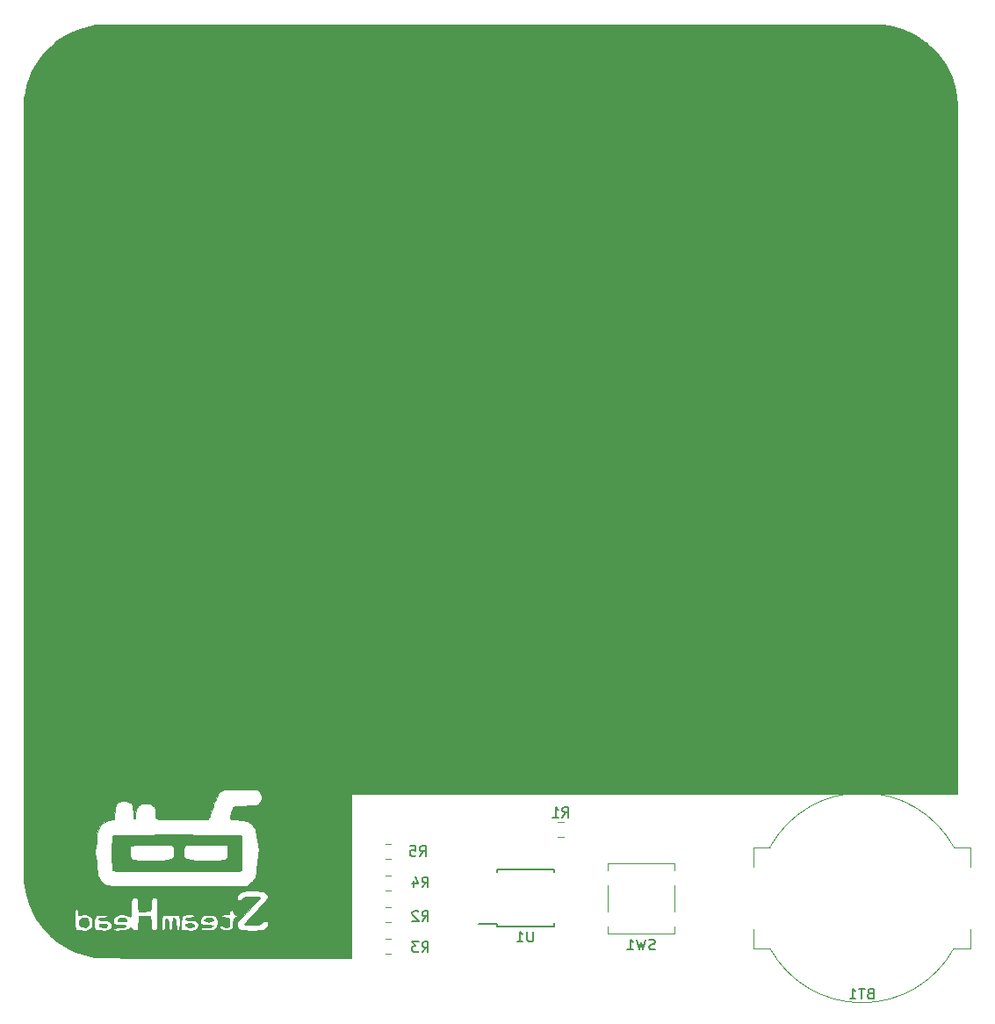
<source format=gbr>
G04 #@! TF.GenerationSoftware,KiCad,Pcbnew,5.0.0-fee4fd1~66~ubuntu16.04.1*
G04 #@! TF.CreationDate,2018-08-16T23:09:48+08:00*
G04 #@! TF.ProjectId,postcard,706F7374636172642E6B696361645F70,rev?*
G04 #@! TF.SameCoordinates,Original*
G04 #@! TF.FileFunction,Legend,Bot*
G04 #@! TF.FilePolarity,Positive*
%FSLAX46Y46*%
G04 Gerber Fmt 4.6, Leading zero omitted, Abs format (unit mm)*
G04 Created by KiCad (PCBNEW 5.0.0-fee4fd1~66~ubuntu16.04.1) date Thu Aug 16 23:09:48 2018*
%MOMM*%
%LPD*%
G01*
G04 APERTURE LIST*
%ADD10C,0.120000*%
%ADD11C,0.150000*%
%ADD12C,0.010000*%
G04 APERTURE END LIST*
D10*
G04 #@! TO.C,BT1*
X94680021Y-84328832D02*
G75*
G03X76952090Y-84325000I-8865021J-4881168D01*
G01*
X76952090Y-94095000D02*
G75*
G03X94677910Y-94095000I8862910J4885000D01*
G01*
X96285000Y-84325000D02*
X94677910Y-84325000D01*
X75345000Y-84325000D02*
X76952090Y-84325000D01*
X96285000Y-94095000D02*
X94677910Y-94095000D01*
X96285000Y-86210000D02*
X96285000Y-84325000D01*
X75345000Y-86210000D02*
X75345000Y-84325000D01*
X96285000Y-92210000D02*
X96285000Y-94095000D01*
X75345000Y-92210000D02*
X75345000Y-94095000D01*
X75345000Y-94095000D02*
X76952090Y-94095000D01*
G04 #@! TO.C,R1*
X57036252Y-83350000D02*
X56513748Y-83350000D01*
X57036252Y-81930000D02*
X56513748Y-81930000D01*
G04 #@! TO.C,R2*
X39863748Y-91563332D02*
X40386252Y-91563332D01*
X39863748Y-90143332D02*
X40386252Y-90143332D01*
G04 #@! TO.C,R3*
X39863748Y-93190000D02*
X40386252Y-93190000D01*
X39863748Y-94610000D02*
X40386252Y-94610000D01*
G04 #@! TO.C,R4*
X39863748Y-88516666D02*
X40386252Y-88516666D01*
X39863748Y-87096666D02*
X40386252Y-87096666D01*
G04 #@! TO.C,R5*
X39863748Y-84050000D02*
X40386252Y-84050000D01*
X39863748Y-85470000D02*
X40386252Y-85470000D01*
G04 #@! TO.C,SW1*
X61270000Y-90520000D02*
X61270000Y-88020000D01*
X67770000Y-90520000D02*
X67770000Y-88020000D01*
X61270000Y-92670000D02*
X61270000Y-92020000D01*
X67770000Y-92670000D02*
X61270000Y-92670000D01*
X67770000Y-92020000D02*
X67770000Y-92670000D01*
X61270000Y-85870000D02*
X61270000Y-86520000D01*
X67770000Y-85870000D02*
X61270000Y-85870000D01*
X67770000Y-86520000D02*
X67770000Y-85870000D01*
D11*
G04 #@! TO.C,U1*
X50610000Y-91760000D02*
X48860000Y-91760000D01*
X50610000Y-86455000D02*
X56110000Y-86455000D01*
X50610000Y-91965000D02*
X56110000Y-91965000D01*
X50610000Y-86455000D02*
X50610000Y-86755000D01*
X56110000Y-86455000D02*
X56110000Y-86755000D01*
X56110000Y-91965000D02*
X56110000Y-91665000D01*
X50610000Y-91965000D02*
X50610000Y-91760000D01*
D12*
G04 #@! TO.C,G\002A\002A\002A*
G36*
X20127608Y-83131702D02*
X20597277Y-83132029D01*
X21060862Y-83132544D01*
X21515198Y-83133245D01*
X21957124Y-83134135D01*
X22383476Y-83135213D01*
X22791091Y-83136478D01*
X23176806Y-83137932D01*
X23537457Y-83139574D01*
X23869883Y-83141405D01*
X24170919Y-83143424D01*
X24437402Y-83145632D01*
X24666170Y-83148029D01*
X24854060Y-83150615D01*
X24997908Y-83153390D01*
X25030112Y-83154208D01*
X25273095Y-83160535D01*
X25470249Y-83166118D01*
X25626532Y-83172726D01*
X25746903Y-83182127D01*
X25836321Y-83196091D01*
X25899745Y-83216386D01*
X25942134Y-83244780D01*
X25968447Y-83283042D01*
X25983642Y-83332942D01*
X25992679Y-83396247D01*
X26000517Y-83474726D01*
X26003357Y-83501326D01*
X26007695Y-83568012D01*
X26011143Y-83678067D01*
X26013742Y-83825520D01*
X26015529Y-84004399D01*
X26016545Y-84208733D01*
X26016828Y-84432549D01*
X26016417Y-84669877D01*
X26015352Y-84914745D01*
X26013672Y-85161181D01*
X26011415Y-85403214D01*
X26008621Y-85634871D01*
X26005329Y-85850181D01*
X26001578Y-86043174D01*
X25997407Y-86207876D01*
X25992855Y-86338316D01*
X25987961Y-86428523D01*
X25983943Y-86467050D01*
X25958961Y-86542081D01*
X25920200Y-86588168D01*
X25918410Y-86589173D01*
X25881038Y-86596662D01*
X25799426Y-86604890D01*
X25680169Y-86613449D01*
X25529864Y-86621935D01*
X25355109Y-86629943D01*
X25162501Y-86637067D01*
X25114008Y-86638611D01*
X25008755Y-86641022D01*
X24856753Y-86643274D01*
X24661162Y-86645365D01*
X24425141Y-86647297D01*
X24151850Y-86649070D01*
X23844451Y-86650684D01*
X23506101Y-86652138D01*
X23139962Y-86653434D01*
X22749193Y-86654571D01*
X22336954Y-86655551D01*
X21906405Y-86656372D01*
X21460706Y-86657035D01*
X21003017Y-86657541D01*
X20536497Y-86657890D01*
X20064307Y-86658081D01*
X19589607Y-86658116D01*
X19115556Y-86657994D01*
X18645315Y-86657715D01*
X18182043Y-86657281D01*
X17728900Y-86656690D01*
X17289046Y-86655944D01*
X16865641Y-86655043D01*
X16461846Y-86653986D01*
X16080819Y-86652774D01*
X15725720Y-86651408D01*
X15399711Y-86649886D01*
X15105950Y-86648211D01*
X14847598Y-86646382D01*
X14627814Y-86644398D01*
X14449758Y-86642262D01*
X14316591Y-86639971D01*
X14238590Y-86637812D01*
X14037167Y-86628660D01*
X13880923Y-86617539D01*
X13764191Y-86603181D01*
X13681303Y-86584319D01*
X13626593Y-86559686D01*
X13594394Y-86528015D01*
X13579533Y-86490434D01*
X13557543Y-86357417D01*
X13538728Y-86183004D01*
X13523102Y-85974107D01*
X13510679Y-85737635D01*
X13501472Y-85480497D01*
X13495496Y-85209605D01*
X13492765Y-84931867D01*
X13493291Y-84654194D01*
X13497090Y-84383496D01*
X13503471Y-84152187D01*
X15243443Y-84152187D01*
X15243443Y-84560347D01*
X15246978Y-84808921D01*
X15259219Y-85012006D01*
X15282621Y-85174577D01*
X15319638Y-85301610D01*
X15372725Y-85398081D01*
X15444336Y-85468966D01*
X15536926Y-85519240D01*
X15652950Y-85553880D01*
X15741661Y-85570301D01*
X15903875Y-85590335D01*
X16108126Y-85607447D01*
X16345680Y-85621519D01*
X16607800Y-85632430D01*
X16885751Y-85640062D01*
X17170796Y-85644296D01*
X17454201Y-85645012D01*
X17727229Y-85642091D01*
X17981144Y-85635414D01*
X18207212Y-85624863D01*
X18396695Y-85610317D01*
X18429076Y-85606957D01*
X18698032Y-85573589D01*
X18920279Y-85536785D01*
X19099918Y-85495176D01*
X19241048Y-85447393D01*
X19347770Y-85392068D01*
X19424183Y-85327832D01*
X19471602Y-85258973D01*
X19501528Y-85167696D01*
X19517869Y-85047134D01*
X19520459Y-84955522D01*
X20407665Y-84955522D01*
X20415995Y-85111110D01*
X20439786Y-85230169D01*
X20482797Y-85319548D01*
X20548784Y-85386095D01*
X20641506Y-85436659D01*
X20764719Y-85478089D01*
X20814182Y-85491300D01*
X20995649Y-85529841D01*
X21219415Y-85564582D01*
X21477039Y-85595048D01*
X21760079Y-85620765D01*
X22060092Y-85641255D01*
X22368637Y-85656045D01*
X22677271Y-85664659D01*
X22977552Y-85666621D01*
X23261037Y-85661457D01*
X23519286Y-85648691D01*
X23558831Y-85645825D01*
X23802386Y-85625403D01*
X24000917Y-85603994D01*
X24160251Y-85580139D01*
X24286214Y-85552381D01*
X24384631Y-85519261D01*
X24461328Y-85479323D01*
X24522131Y-85431109D01*
X24554079Y-85396804D01*
X24593326Y-85340064D01*
X24623651Y-85270089D01*
X24646043Y-85180244D01*
X24661493Y-85063891D01*
X24670990Y-84914396D01*
X24675523Y-84725120D01*
X24676276Y-84577177D01*
X24676276Y-84095196D01*
X20544920Y-84108208D01*
X20484116Y-84260760D01*
X20457403Y-84336134D01*
X20438494Y-84413954D01*
X20425523Y-84506884D01*
X20416622Y-84627585D01*
X20411038Y-84756556D01*
X20407665Y-84955522D01*
X19520459Y-84955522D01*
X19521841Y-84906691D01*
X19514657Y-84755770D01*
X19497532Y-84603776D01*
X19471679Y-84460114D01*
X19438314Y-84334187D01*
X19398651Y-84235399D01*
X19353904Y-84173156D01*
X19329502Y-84158507D01*
X19289401Y-84153476D01*
X19203580Y-84148720D01*
X19077171Y-84144276D01*
X18915303Y-84140183D01*
X18723109Y-84136480D01*
X18505718Y-84133204D01*
X18268261Y-84130393D01*
X18015870Y-84128087D01*
X17753674Y-84126323D01*
X17486805Y-84125140D01*
X17220394Y-84124576D01*
X16959571Y-84124669D01*
X16709467Y-84125458D01*
X16475213Y-84126980D01*
X16261940Y-84129275D01*
X16074778Y-84132380D01*
X16012562Y-84133756D01*
X15243443Y-84152187D01*
X13503471Y-84152187D01*
X13504175Y-84126682D01*
X13514560Y-83890663D01*
X13528259Y-83682347D01*
X13545286Y-83508646D01*
X13565654Y-83376469D01*
X13573197Y-83342800D01*
X13586345Y-83295100D01*
X13603091Y-83257821D01*
X13629513Y-83229339D01*
X13671691Y-83208028D01*
X13735706Y-83192266D01*
X13827638Y-83180428D01*
X13953566Y-83170889D01*
X14119569Y-83162025D01*
X14277277Y-83154694D01*
X14366437Y-83151856D01*
X14503285Y-83149202D01*
X14684657Y-83146734D01*
X14907391Y-83144451D01*
X15168322Y-83142353D01*
X15464289Y-83140441D01*
X15792128Y-83138715D01*
X16148676Y-83137175D01*
X16530770Y-83135821D01*
X16935247Y-83134653D01*
X17358944Y-83133671D01*
X17798697Y-83132876D01*
X18251344Y-83132267D01*
X18713722Y-83131846D01*
X19182667Y-83131611D01*
X19655017Y-83131563D01*
X20127608Y-83131702D01*
X20127608Y-83131702D01*
G37*
X20127608Y-83131702D02*
X20597277Y-83132029D01*
X21060862Y-83132544D01*
X21515198Y-83133245D01*
X21957124Y-83134135D01*
X22383476Y-83135213D01*
X22791091Y-83136478D01*
X23176806Y-83137932D01*
X23537457Y-83139574D01*
X23869883Y-83141405D01*
X24170919Y-83143424D01*
X24437402Y-83145632D01*
X24666170Y-83148029D01*
X24854060Y-83150615D01*
X24997908Y-83153390D01*
X25030112Y-83154208D01*
X25273095Y-83160535D01*
X25470249Y-83166118D01*
X25626532Y-83172726D01*
X25746903Y-83182127D01*
X25836321Y-83196091D01*
X25899745Y-83216386D01*
X25942134Y-83244780D01*
X25968447Y-83283042D01*
X25983642Y-83332942D01*
X25992679Y-83396247D01*
X26000517Y-83474726D01*
X26003357Y-83501326D01*
X26007695Y-83568012D01*
X26011143Y-83678067D01*
X26013742Y-83825520D01*
X26015529Y-84004399D01*
X26016545Y-84208733D01*
X26016828Y-84432549D01*
X26016417Y-84669877D01*
X26015352Y-84914745D01*
X26013672Y-85161181D01*
X26011415Y-85403214D01*
X26008621Y-85634871D01*
X26005329Y-85850181D01*
X26001578Y-86043174D01*
X25997407Y-86207876D01*
X25992855Y-86338316D01*
X25987961Y-86428523D01*
X25983943Y-86467050D01*
X25958961Y-86542081D01*
X25920200Y-86588168D01*
X25918410Y-86589173D01*
X25881038Y-86596662D01*
X25799426Y-86604890D01*
X25680169Y-86613449D01*
X25529864Y-86621935D01*
X25355109Y-86629943D01*
X25162501Y-86637067D01*
X25114008Y-86638611D01*
X25008755Y-86641022D01*
X24856753Y-86643274D01*
X24661162Y-86645365D01*
X24425141Y-86647297D01*
X24151850Y-86649070D01*
X23844451Y-86650684D01*
X23506101Y-86652138D01*
X23139962Y-86653434D01*
X22749193Y-86654571D01*
X22336954Y-86655551D01*
X21906405Y-86656372D01*
X21460706Y-86657035D01*
X21003017Y-86657541D01*
X20536497Y-86657890D01*
X20064307Y-86658081D01*
X19589607Y-86658116D01*
X19115556Y-86657994D01*
X18645315Y-86657715D01*
X18182043Y-86657281D01*
X17728900Y-86656690D01*
X17289046Y-86655944D01*
X16865641Y-86655043D01*
X16461846Y-86653986D01*
X16080819Y-86652774D01*
X15725720Y-86651408D01*
X15399711Y-86649886D01*
X15105950Y-86648211D01*
X14847598Y-86646382D01*
X14627814Y-86644398D01*
X14449758Y-86642262D01*
X14316591Y-86639971D01*
X14238590Y-86637812D01*
X14037167Y-86628660D01*
X13880923Y-86617539D01*
X13764191Y-86603181D01*
X13681303Y-86584319D01*
X13626593Y-86559686D01*
X13594394Y-86528015D01*
X13579533Y-86490434D01*
X13557543Y-86357417D01*
X13538728Y-86183004D01*
X13523102Y-85974107D01*
X13510679Y-85737635D01*
X13501472Y-85480497D01*
X13495496Y-85209605D01*
X13492765Y-84931867D01*
X13493291Y-84654194D01*
X13497090Y-84383496D01*
X13503471Y-84152187D01*
X15243443Y-84152187D01*
X15243443Y-84560347D01*
X15246978Y-84808921D01*
X15259219Y-85012006D01*
X15282621Y-85174577D01*
X15319638Y-85301610D01*
X15372725Y-85398081D01*
X15444336Y-85468966D01*
X15536926Y-85519240D01*
X15652950Y-85553880D01*
X15741661Y-85570301D01*
X15903875Y-85590335D01*
X16108126Y-85607447D01*
X16345680Y-85621519D01*
X16607800Y-85632430D01*
X16885751Y-85640062D01*
X17170796Y-85644296D01*
X17454201Y-85645012D01*
X17727229Y-85642091D01*
X17981144Y-85635414D01*
X18207212Y-85624863D01*
X18396695Y-85610317D01*
X18429076Y-85606957D01*
X18698032Y-85573589D01*
X18920279Y-85536785D01*
X19099918Y-85495176D01*
X19241048Y-85447393D01*
X19347770Y-85392068D01*
X19424183Y-85327832D01*
X19471602Y-85258973D01*
X19501528Y-85167696D01*
X19517869Y-85047134D01*
X19520459Y-84955522D01*
X20407665Y-84955522D01*
X20415995Y-85111110D01*
X20439786Y-85230169D01*
X20482797Y-85319548D01*
X20548784Y-85386095D01*
X20641506Y-85436659D01*
X20764719Y-85478089D01*
X20814182Y-85491300D01*
X20995649Y-85529841D01*
X21219415Y-85564582D01*
X21477039Y-85595048D01*
X21760079Y-85620765D01*
X22060092Y-85641255D01*
X22368637Y-85656045D01*
X22677271Y-85664659D01*
X22977552Y-85666621D01*
X23261037Y-85661457D01*
X23519286Y-85648691D01*
X23558831Y-85645825D01*
X23802386Y-85625403D01*
X24000917Y-85603994D01*
X24160251Y-85580139D01*
X24286214Y-85552381D01*
X24384631Y-85519261D01*
X24461328Y-85479323D01*
X24522131Y-85431109D01*
X24554079Y-85396804D01*
X24593326Y-85340064D01*
X24623651Y-85270089D01*
X24646043Y-85180244D01*
X24661493Y-85063891D01*
X24670990Y-84914396D01*
X24675523Y-84725120D01*
X24676276Y-84577177D01*
X24676276Y-84095196D01*
X20544920Y-84108208D01*
X20484116Y-84260760D01*
X20457403Y-84336134D01*
X20438494Y-84413954D01*
X20425523Y-84506884D01*
X20416622Y-84627585D01*
X20411038Y-84756556D01*
X20407665Y-84955522D01*
X19520459Y-84955522D01*
X19521841Y-84906691D01*
X19514657Y-84755770D01*
X19497532Y-84603776D01*
X19471679Y-84460114D01*
X19438314Y-84334187D01*
X19398651Y-84235399D01*
X19353904Y-84173156D01*
X19329502Y-84158507D01*
X19289401Y-84153476D01*
X19203580Y-84148720D01*
X19077171Y-84144276D01*
X18915303Y-84140183D01*
X18723109Y-84136480D01*
X18505718Y-84133204D01*
X18268261Y-84130393D01*
X18015870Y-84128087D01*
X17753674Y-84126323D01*
X17486805Y-84125140D01*
X17220394Y-84124576D01*
X16959571Y-84124669D01*
X16709467Y-84125458D01*
X16475213Y-84126980D01*
X16261940Y-84129275D01*
X16074778Y-84132380D01*
X16012562Y-84133756D01*
X15243443Y-84152187D01*
X13503471Y-84152187D01*
X13504175Y-84126682D01*
X13514560Y-83890663D01*
X13528259Y-83682347D01*
X13545286Y-83508646D01*
X13565654Y-83376469D01*
X13573197Y-83342800D01*
X13586345Y-83295100D01*
X13603091Y-83257821D01*
X13629513Y-83229339D01*
X13671691Y-83208028D01*
X13735706Y-83192266D01*
X13827638Y-83180428D01*
X13953566Y-83170889D01*
X14119569Y-83162025D01*
X14277277Y-83154694D01*
X14366437Y-83151856D01*
X14503285Y-83149202D01*
X14684657Y-83146734D01*
X14907391Y-83144451D01*
X15168322Y-83142353D01*
X15464289Y-83140441D01*
X15792128Y-83138715D01*
X16148676Y-83137175D01*
X16530770Y-83135821D01*
X16935247Y-83134653D01*
X17358944Y-83133671D01*
X17798697Y-83132876D01*
X18251344Y-83132267D01*
X18713722Y-83131846D01*
X19182667Y-83131611D01*
X19655017Y-83131563D01*
X20127608Y-83131702D01*
G36*
X22990258Y-91137841D02*
X23093558Y-91175562D01*
X23201552Y-91239775D01*
X23259581Y-91305631D01*
X23268198Y-91368937D01*
X23227954Y-91425498D01*
X23139398Y-91471122D01*
X23051738Y-91493784D01*
X22921025Y-91510902D01*
X22785481Y-91516121D01*
X22667520Y-91508985D01*
X22629529Y-91502400D01*
X22495842Y-91464285D01*
X22411760Y-91420527D01*
X22376238Y-91369991D01*
X22388229Y-91311542D01*
X22417591Y-91272425D01*
X22532283Y-91183593D01*
X22673453Y-91130478D01*
X22829858Y-91114690D01*
X22990258Y-91137841D01*
X22990258Y-91137841D01*
G37*
X22990258Y-91137841D02*
X23093558Y-91175562D01*
X23201552Y-91239775D01*
X23259581Y-91305631D01*
X23268198Y-91368937D01*
X23227954Y-91425498D01*
X23139398Y-91471122D01*
X23051738Y-91493784D01*
X22921025Y-91510902D01*
X22785481Y-91516121D01*
X22667520Y-91508985D01*
X22629529Y-91502400D01*
X22495842Y-91464285D01*
X22411760Y-91420527D01*
X22376238Y-91369991D01*
X22388229Y-91311542D01*
X22417591Y-91272425D01*
X22532283Y-91183593D01*
X22673453Y-91130478D01*
X22829858Y-91114690D01*
X22990258Y-91137841D01*
G36*
X21155029Y-91682678D02*
X21289061Y-91713495D01*
X21381594Y-91765686D01*
X21397561Y-91781081D01*
X21439932Y-91851387D01*
X21435343Y-91915837D01*
X21387633Y-91970896D01*
X21300640Y-92013032D01*
X21178203Y-92038709D01*
X21112039Y-92043977D01*
X21010432Y-92045322D01*
X20921164Y-92040909D01*
X20863182Y-92031692D01*
X20862297Y-92031408D01*
X20746772Y-91983420D01*
X20652133Y-91924936D01*
X20598248Y-91871889D01*
X20574077Y-91807447D01*
X20597372Y-91754076D01*
X20665698Y-91713056D01*
X20776620Y-91685670D01*
X20927704Y-91673200D01*
X20976876Y-91672555D01*
X21155029Y-91682678D01*
X21155029Y-91682678D01*
G37*
X21155029Y-91682678D02*
X21289061Y-91713495D01*
X21381594Y-91765686D01*
X21397561Y-91781081D01*
X21439932Y-91851387D01*
X21435343Y-91915837D01*
X21387633Y-91970896D01*
X21300640Y-92013032D01*
X21178203Y-92038709D01*
X21112039Y-92043977D01*
X21010432Y-92045322D01*
X20921164Y-92040909D01*
X20863182Y-92031692D01*
X20862297Y-92031408D01*
X20746772Y-91983420D01*
X20652133Y-91924936D01*
X20598248Y-91871889D01*
X20574077Y-91807447D01*
X20597372Y-91754076D01*
X20665698Y-91713056D01*
X20776620Y-91685670D01*
X20927704Y-91673200D01*
X20976876Y-91672555D01*
X21155029Y-91682678D01*
G36*
X14590091Y-91126196D02*
X14707919Y-91157718D01*
X14735817Y-91170120D01*
X14827088Y-91231964D01*
X14882433Y-91302544D01*
X14899256Y-91373492D01*
X14874964Y-91436443D01*
X14829651Y-91472607D01*
X14778359Y-91486471D01*
X14689787Y-91497613D01*
X14577453Y-91505544D01*
X14454878Y-91509772D01*
X14335584Y-91509810D01*
X14233089Y-91505167D01*
X14166570Y-91496621D01*
X14081308Y-91467457D01*
X14036707Y-91418863D01*
X14023417Y-91340595D01*
X14023412Y-91339817D01*
X14046353Y-91266254D01*
X14108860Y-91196957D01*
X14200177Y-91143507D01*
X14209012Y-91140031D01*
X14318814Y-91116106D01*
X14453115Y-91111910D01*
X14590091Y-91126196D01*
X14590091Y-91126196D01*
G37*
X14590091Y-91126196D02*
X14707919Y-91157718D01*
X14735817Y-91170120D01*
X14827088Y-91231964D01*
X14882433Y-91302544D01*
X14899256Y-91373492D01*
X14874964Y-91436443D01*
X14829651Y-91472607D01*
X14778359Y-91486471D01*
X14689787Y-91497613D01*
X14577453Y-91505544D01*
X14454878Y-91509772D01*
X14335584Y-91509810D01*
X14233089Y-91505167D01*
X14166570Y-91496621D01*
X14081308Y-91467457D01*
X14036707Y-91418863D01*
X14023417Y-91340595D01*
X14023412Y-91339817D01*
X14046353Y-91266254D01*
X14108860Y-91196957D01*
X14200177Y-91143507D01*
X14209012Y-91140031D01*
X14318814Y-91116106D01*
X14453115Y-91111910D01*
X14590091Y-91126196D01*
G36*
X12797194Y-91704798D02*
X12883403Y-91714108D01*
X12891591Y-91715770D01*
X12981796Y-91755980D01*
X13035829Y-91824186D01*
X13047413Y-91911306D01*
X13042983Y-91934812D01*
X13003059Y-91996157D01*
X12925023Y-92039652D01*
X12819028Y-92063449D01*
X12695229Y-92065699D01*
X12563779Y-92044556D01*
X12516067Y-92030706D01*
X12424827Y-91997338D01*
X12344526Y-91962150D01*
X12306307Y-91941250D01*
X12255909Y-91885825D01*
X12244620Y-91821666D01*
X12273050Y-91764840D01*
X12298899Y-91745977D01*
X12357303Y-91728603D01*
X12451402Y-91715030D01*
X12566127Y-91706027D01*
X12686414Y-91702360D01*
X12797194Y-91704798D01*
X12797194Y-91704798D01*
G37*
X12797194Y-91704798D02*
X12883403Y-91714108D01*
X12891591Y-91715770D01*
X12981796Y-91755980D01*
X13035829Y-91824186D01*
X13047413Y-91911306D01*
X13042983Y-91934812D01*
X13003059Y-91996157D01*
X12925023Y-92039652D01*
X12819028Y-92063449D01*
X12695229Y-92065699D01*
X12563779Y-92044556D01*
X12516067Y-92030706D01*
X12424827Y-91997338D01*
X12344526Y-91962150D01*
X12306307Y-91941250D01*
X12255909Y-91885825D01*
X12244620Y-91821666D01*
X12273050Y-91764840D01*
X12298899Y-91745977D01*
X12357303Y-91728603D01*
X12451402Y-91715030D01*
X12566127Y-91706027D01*
X12686414Y-91702360D01*
X12797194Y-91704798D01*
G36*
X10935443Y-91127605D02*
X11051032Y-91172846D01*
X11143875Y-91254639D01*
X11212191Y-91363208D01*
X11254199Y-91488775D01*
X11268118Y-91621564D01*
X11252166Y-91751800D01*
X11204562Y-91869704D01*
X11123525Y-91965502D01*
X11092304Y-91988550D01*
X10987116Y-92030784D01*
X10857783Y-92042336D01*
X10721344Y-92022356D01*
X10679047Y-92009193D01*
X10561335Y-91957685D01*
X10451400Y-91892880D01*
X10366536Y-91825545D01*
X10343501Y-91800332D01*
X10320780Y-91741022D01*
X10312856Y-91651960D01*
X10319282Y-91551908D01*
X10339612Y-91459629D01*
X10352364Y-91427335D01*
X10428547Y-91319715D01*
X10539853Y-91228618D01*
X10671865Y-91161453D01*
X10810168Y-91125633D01*
X10935443Y-91127605D01*
X10935443Y-91127605D01*
G37*
X10935443Y-91127605D02*
X11051032Y-91172846D01*
X11143875Y-91254639D01*
X11212191Y-91363208D01*
X11254199Y-91488775D01*
X11268118Y-91621564D01*
X11252166Y-91751800D01*
X11204562Y-91869704D01*
X11123525Y-91965502D01*
X11092304Y-91988550D01*
X10987116Y-92030784D01*
X10857783Y-92042336D01*
X10721344Y-92022356D01*
X10679047Y-92009193D01*
X10561335Y-91957685D01*
X10451400Y-91892880D01*
X10366536Y-91825545D01*
X10343501Y-91800332D01*
X10320780Y-91741022D01*
X10312856Y-91651960D01*
X10319282Y-91551908D01*
X10339612Y-91459629D01*
X10352364Y-91427335D01*
X10428547Y-91319715D01*
X10539853Y-91228618D01*
X10671865Y-91161453D01*
X10810168Y-91125633D01*
X10935443Y-91127605D01*
G36*
X51668016Y-5009715D02*
X53324026Y-5009734D01*
X54930596Y-5009765D01*
X56488430Y-5009811D01*
X57998236Y-5009871D01*
X59460718Y-5009946D01*
X60876581Y-5010036D01*
X62246531Y-5010143D01*
X63571273Y-5010267D01*
X64851513Y-5010408D01*
X66087956Y-5010567D01*
X67281307Y-5010746D01*
X68432272Y-5010944D01*
X69541556Y-5011161D01*
X70609865Y-5011400D01*
X71637904Y-5011660D01*
X72626378Y-5011942D01*
X73575993Y-5012247D01*
X74487454Y-5012574D01*
X75361466Y-5012926D01*
X76198736Y-5013302D01*
X76999967Y-5013704D01*
X77765867Y-5014131D01*
X78497139Y-5014584D01*
X79194490Y-5015065D01*
X79858624Y-5015573D01*
X80490248Y-5016110D01*
X81090066Y-5016676D01*
X81658785Y-5017271D01*
X82197109Y-5017896D01*
X82705743Y-5018552D01*
X83185394Y-5019240D01*
X83636766Y-5019960D01*
X84060565Y-5020712D01*
X84457496Y-5021498D01*
X84828265Y-5022318D01*
X85173578Y-5023173D01*
X85494138Y-5024063D01*
X85790653Y-5024988D01*
X86063826Y-5025951D01*
X86314365Y-5026950D01*
X86542973Y-5027987D01*
X86750357Y-5029063D01*
X86937221Y-5030178D01*
X87104272Y-5031332D01*
X87252214Y-5032527D01*
X87381754Y-5033763D01*
X87493595Y-5035040D01*
X87588445Y-5036360D01*
X87667007Y-5037723D01*
X87729988Y-5039129D01*
X87778093Y-5040579D01*
X87812027Y-5042074D01*
X87832495Y-5043614D01*
X87833033Y-5043675D01*
X88483543Y-5142535D01*
X89108973Y-5285362D01*
X89710820Y-5472768D01*
X90290579Y-5705366D01*
X90849747Y-5983769D01*
X91389820Y-6308591D01*
X91912296Y-6680444D01*
X92005402Y-6753063D01*
X92156909Y-6879723D01*
X92330713Y-7036416D01*
X92517231Y-7213560D01*
X92706880Y-7401570D01*
X92890078Y-7590863D01*
X93057243Y-7771855D01*
X93198791Y-7934963D01*
X93249382Y-7997197D01*
X93622436Y-8505101D01*
X93949809Y-9030006D01*
X94232558Y-9574436D01*
X94471743Y-10140916D01*
X94668422Y-10731971D01*
X94823651Y-11350124D01*
X94938490Y-11997900D01*
X94944721Y-12042092D01*
X94946785Y-12058782D01*
X94948784Y-12079176D01*
X94950720Y-12104089D01*
X94952594Y-12134332D01*
X94954407Y-12170719D01*
X94956160Y-12214062D01*
X94957855Y-12265176D01*
X94959492Y-12324871D01*
X94961073Y-12393963D01*
X94962600Y-12473262D01*
X94964073Y-12563583D01*
X94965493Y-12665739D01*
X94966862Y-12780541D01*
X94968182Y-12908804D01*
X94969452Y-13051339D01*
X94970676Y-13208961D01*
X94971853Y-13382481D01*
X94972985Y-13572714D01*
X94974073Y-13780471D01*
X94975119Y-14006565D01*
X94976124Y-14251811D01*
X94977089Y-14517020D01*
X94978014Y-14803005D01*
X94978903Y-15110580D01*
X94979755Y-15440557D01*
X94980571Y-15793749D01*
X94981354Y-16170969D01*
X94982105Y-16573031D01*
X94982824Y-17000746D01*
X94983512Y-17454929D01*
X94984172Y-17936391D01*
X94984804Y-18445947D01*
X94985410Y-18984408D01*
X94985991Y-19552587D01*
X94986547Y-20151298D01*
X94987081Y-20781354D01*
X94987593Y-21443567D01*
X94988085Y-22138751D01*
X94988557Y-22867718D01*
X94989012Y-23631281D01*
X94989451Y-24430253D01*
X94989874Y-25265447D01*
X94990282Y-26137676D01*
X94990678Y-27047753D01*
X94991063Y-27996492D01*
X94991436Y-28984703D01*
X94991801Y-30013202D01*
X94992158Y-31082800D01*
X94992507Y-32194311D01*
X94992852Y-33348547D01*
X94993192Y-34546322D01*
X94993529Y-35788448D01*
X94993864Y-37075738D01*
X94994199Y-38409006D01*
X94994534Y-39789064D01*
X94994872Y-41216724D01*
X94995212Y-42692801D01*
X94995557Y-44218107D01*
X94995905Y-45785735D01*
X95003289Y-79213813D01*
X36575375Y-79213813D01*
X36575375Y-95003003D01*
X24644494Y-94999263D01*
X23865654Y-94998978D01*
X23098596Y-94998618D01*
X22344941Y-94998185D01*
X21606310Y-94997682D01*
X20884324Y-94997112D01*
X20180602Y-94996479D01*
X19496768Y-94995785D01*
X18834440Y-94995034D01*
X18195241Y-94994228D01*
X17580790Y-94993371D01*
X16992710Y-94992466D01*
X16432620Y-94991515D01*
X15902142Y-94990522D01*
X15402896Y-94989490D01*
X14936503Y-94988422D01*
X14504585Y-94987320D01*
X14108762Y-94986189D01*
X13750655Y-94985030D01*
X13431885Y-94983848D01*
X13154073Y-94982645D01*
X12918840Y-94981423D01*
X12727805Y-94980187D01*
X12582592Y-94978940D01*
X12484819Y-94977683D01*
X12436109Y-94976421D01*
X12433933Y-94976290D01*
X11805324Y-94907773D01*
X11186159Y-94789909D01*
X10579154Y-94623755D01*
X9987025Y-94410370D01*
X9412487Y-94150810D01*
X8858256Y-93846132D01*
X8327047Y-93497394D01*
X7997197Y-93249019D01*
X7843525Y-93120230D01*
X7667701Y-92961484D01*
X7479414Y-92782473D01*
X7288355Y-92592887D01*
X7104215Y-92402415D01*
X6936683Y-92220749D01*
X6795449Y-92057579D01*
X6750980Y-92002802D01*
X6371113Y-91484716D01*
X6314106Y-91392673D01*
X9931550Y-91392673D01*
X9932452Y-91631543D01*
X9936789Y-91827687D01*
X9944870Y-91985131D01*
X9957000Y-92107897D01*
X9973488Y-92200009D01*
X9994640Y-92265492D01*
X10020765Y-92308369D01*
X10025976Y-92313953D01*
X10060997Y-92343475D01*
X10095601Y-92348687D01*
X10150350Y-92330810D01*
X10170431Y-92322526D01*
X10302699Y-92288278D01*
X10440074Y-92287823D01*
X10531728Y-92310023D01*
X10735356Y-92362379D01*
X10943865Y-92364372D01*
X11158190Y-92315994D01*
X11191770Y-92304069D01*
X11347619Y-92230433D01*
X11471855Y-92139532D01*
X11555841Y-92038000D01*
X11568085Y-92014841D01*
X11610729Y-91885231D01*
X11613924Y-91863977D01*
X11788703Y-91863977D01*
X11798372Y-92056519D01*
X11818394Y-92201000D01*
X11848689Y-92296769D01*
X11876840Y-92335213D01*
X11909801Y-92350427D01*
X11959742Y-92346931D01*
X12040604Y-92323520D01*
X12050529Y-92320172D01*
X12137049Y-92294322D01*
X12196924Y-92288169D01*
X12249785Y-92300326D01*
X12262174Y-92305217D01*
X12443485Y-92356664D01*
X12659524Y-92376381D01*
X12904953Y-92363954D01*
X12948329Y-92358729D01*
X13128747Y-92321491D01*
X13269531Y-92260204D01*
X13330667Y-92210015D01*
X13642615Y-92210015D01*
X13658209Y-92257547D01*
X13693407Y-92296023D01*
X13759242Y-92337142D01*
X13852757Y-92363513D01*
X13979259Y-92375624D01*
X14144055Y-92373960D01*
X14352451Y-92359008D01*
X14366266Y-92357717D01*
X14595783Y-92330974D01*
X14785691Y-92296794D01*
X14947007Y-92252541D01*
X15090744Y-92195581D01*
X15136321Y-92173484D01*
X15297615Y-92091791D01*
X15365874Y-92173904D01*
X15461350Y-92252759D01*
X15590324Y-92307343D01*
X15739101Y-92332331D01*
X15775714Y-92333333D01*
X15843561Y-92331069D01*
X15897495Y-92320665D01*
X15939587Y-92296699D01*
X15971907Y-92253753D01*
X15996525Y-92186405D01*
X16015513Y-92089236D01*
X16030942Y-91956825D01*
X16044881Y-91783752D01*
X16057402Y-91595995D01*
X16067473Y-91444549D01*
X16077451Y-91305286D01*
X16086548Y-91188455D01*
X16093975Y-91104307D01*
X16098031Y-91068418D01*
X16110212Y-90985785D01*
X17226626Y-90985785D01*
X17227717Y-91068418D01*
X17231166Y-91220084D01*
X17237371Y-91385049D01*
X17245744Y-91554704D01*
X17255700Y-91720438D01*
X17266651Y-91873643D01*
X17278010Y-92005708D01*
X17289192Y-92108024D01*
X17299608Y-92171981D01*
X17303871Y-92185911D01*
X17357197Y-92250247D01*
X17450639Y-92309297D01*
X17573485Y-92356390D01*
X17581083Y-92358557D01*
X17668863Y-92357166D01*
X17739325Y-92330222D01*
X17773467Y-92312476D01*
X17802408Y-92293374D01*
X17826577Y-92268818D01*
X17846405Y-92234712D01*
X17862320Y-92186959D01*
X17874754Y-92121463D01*
X17884135Y-92034126D01*
X17890894Y-91920851D01*
X17894345Y-91812550D01*
X18270803Y-91812550D01*
X18272164Y-91959447D01*
X18277734Y-92087294D01*
X18287607Y-92184538D01*
X18297677Y-92229834D01*
X18341564Y-92301553D01*
X18405461Y-92345612D01*
X18474571Y-92354495D01*
X18513160Y-92339300D01*
X18545973Y-92307587D01*
X18571640Y-92257189D01*
X18591525Y-92181420D01*
X18606989Y-92073596D01*
X18619395Y-91927033D01*
X18628152Y-91775055D01*
X18638556Y-91587523D01*
X18649285Y-91444825D01*
X18661541Y-91340952D01*
X18676528Y-91269895D01*
X18695446Y-91225643D01*
X18719497Y-91202188D01*
X18744338Y-91194192D01*
X18811335Y-91208284D01*
X18867232Y-91271736D01*
X18911931Y-91384260D01*
X18945330Y-91545570D01*
X18967330Y-91755379D01*
X18972797Y-91850250D01*
X18983477Y-92023572D01*
X18998389Y-92151953D01*
X19019485Y-92241253D01*
X19048715Y-92297330D01*
X19088031Y-92326044D01*
X19133665Y-92333333D01*
X19183709Y-92327567D01*
X19218455Y-92302200D01*
X19251297Y-92245133D01*
X19265246Y-92214474D01*
X19286140Y-92158869D01*
X19302215Y-92093107D01*
X19314675Y-92007989D01*
X19324728Y-91894313D01*
X19333579Y-91742882D01*
X19337255Y-91665216D01*
X19345597Y-91499781D01*
X19354115Y-91378041D01*
X19363732Y-91292850D01*
X19375374Y-91237057D01*
X19389965Y-91203514D01*
X19398329Y-91193176D01*
X19432753Y-91166712D01*
X19468742Y-91169847D01*
X19509224Y-91190334D01*
X19551036Y-91222522D01*
X19584893Y-91271531D01*
X19612745Y-91344080D01*
X19636542Y-91446891D01*
X19658234Y-91586681D01*
X19679773Y-91770172D01*
X19681075Y-91782454D01*
X19703151Y-91977190D01*
X19724399Y-92125932D01*
X19746783Y-92233463D01*
X19772268Y-92304561D01*
X19802819Y-92344009D01*
X19840402Y-92356587D01*
X19886982Y-92347075D01*
X19909346Y-92337806D01*
X19947538Y-92311806D01*
X19977496Y-92268970D01*
X20000122Y-92203793D01*
X20016319Y-92110775D01*
X20026992Y-91984413D01*
X20031252Y-91868073D01*
X20126389Y-91868073D01*
X20129360Y-92016494D01*
X20141017Y-92127984D01*
X20162186Y-92209259D01*
X20193691Y-92267035D01*
X20205637Y-92281172D01*
X20258564Y-92321306D01*
X20321505Y-92324669D01*
X20338121Y-92321591D01*
X20475632Y-92296803D01*
X20576306Y-92288739D01*
X20651170Y-92296961D01*
X20684245Y-92307808D01*
X20805874Y-92342708D01*
X20957448Y-92363569D01*
X21122150Y-92370207D01*
X21283162Y-92362437D01*
X21423667Y-92340073D01*
X21498098Y-92316775D01*
X21603566Y-92255070D01*
X21702511Y-92166547D01*
X21776831Y-92068447D01*
X21793522Y-92035401D01*
X21826338Y-91899179D01*
X21815834Y-91759440D01*
X21766769Y-91627611D01*
X21683899Y-91515117D01*
X21610234Y-91461316D01*
X21981429Y-91461316D01*
X21992230Y-91591845D01*
X22027063Y-91682664D01*
X22088716Y-91740264D01*
X22104755Y-91748482D01*
X22150522Y-91759760D01*
X22237925Y-91772699D01*
X22357822Y-91786270D01*
X22501069Y-91799446D01*
X22658523Y-91811196D01*
X22667667Y-91811797D01*
X22872693Y-91826110D01*
X23030205Y-91839795D01*
X23143513Y-91853968D01*
X23215923Y-91869745D01*
X23250745Y-91888242D01*
X23251285Y-91910576D01*
X23220852Y-91937861D01*
X23162754Y-91971215D01*
X23153821Y-91975810D01*
X23021741Y-92024012D01*
X22843514Y-92058057D01*
X22621961Y-92077505D01*
X22476976Y-92081895D01*
X22322767Y-92085358D01*
X22212166Y-92092431D01*
X22137967Y-92104872D01*
X22092960Y-92124441D01*
X22069939Y-92152899D01*
X22062528Y-92183077D01*
X22064833Y-92236434D01*
X22088736Y-92278074D01*
X22138903Y-92309131D01*
X22219997Y-92330737D01*
X22336684Y-92344026D01*
X22493627Y-92350129D01*
X22695491Y-92350179D01*
X22747665Y-92349471D01*
X22903855Y-92346786D01*
X23019289Y-92343298D01*
X23104057Y-92337483D01*
X23168248Y-92327820D01*
X23221953Y-92312786D01*
X23275259Y-92290861D01*
X23338259Y-92260520D01*
X23338680Y-92260313D01*
X23465870Y-92186712D01*
X23559407Y-92103478D01*
X23611512Y-92021240D01*
X23894336Y-92021240D01*
X23912041Y-92104121D01*
X23958507Y-92185224D01*
X23985915Y-92215207D01*
X24077612Y-92274097D01*
X24205540Y-92317160D01*
X24357369Y-92343652D01*
X24520771Y-92352832D01*
X24683415Y-92343959D01*
X24832972Y-92316289D01*
X24949225Y-92273180D01*
X25023138Y-92231612D01*
X25078274Y-92186908D01*
X25117859Y-92130798D01*
X25145124Y-92055009D01*
X25163295Y-91951269D01*
X25175602Y-91811308D01*
X25178231Y-91763125D01*
X25542419Y-91763125D01*
X25543191Y-91811765D01*
X25545930Y-91853936D01*
X25575345Y-91994193D01*
X25644196Y-92111913D01*
X25756693Y-92212927D01*
X25843505Y-92266108D01*
X25894164Y-92292409D01*
X25941333Y-92311926D01*
X25994237Y-92326105D01*
X26062102Y-92336392D01*
X26154154Y-92344236D01*
X26279618Y-92351081D01*
X26426295Y-92357482D01*
X26630991Y-92365880D01*
X26795290Y-92372029D01*
X26929594Y-92375966D01*
X27044306Y-92377726D01*
X27149828Y-92377345D01*
X27256563Y-92374859D01*
X27374913Y-92370305D01*
X27515282Y-92363717D01*
X27562206Y-92361400D01*
X27727450Y-92352096D01*
X27851731Y-92342005D01*
X27944931Y-92329721D01*
X28016933Y-92313838D01*
X28077621Y-92292950D01*
X28094740Y-92285657D01*
X28267426Y-92188610D01*
X28409113Y-92066665D01*
X28512955Y-91926913D01*
X28567171Y-91796410D01*
X28576216Y-91680384D01*
X28542336Y-91581010D01*
X28472555Y-91505389D01*
X28373894Y-91460622D01*
X28253373Y-91453809D01*
X28231428Y-91456900D01*
X28154844Y-91482163D01*
X28069945Y-91536807D01*
X27983874Y-91610666D01*
X27892600Y-91689174D01*
X27815944Y-91738229D01*
X27736598Y-91767958D01*
X27700070Y-91776741D01*
X27635023Y-91784862D01*
X27532081Y-91790744D01*
X27399770Y-91794503D01*
X27246616Y-91796254D01*
X27081145Y-91796110D01*
X26911883Y-91794187D01*
X26747356Y-91790600D01*
X26596089Y-91785462D01*
X26466610Y-91778888D01*
X26367442Y-91770994D01*
X26307113Y-91761893D01*
X26295626Y-91757863D01*
X26282438Y-91744562D01*
X26284109Y-91722632D01*
X26304518Y-91686597D01*
X26347547Y-91630979D01*
X26417077Y-91550302D01*
X26516989Y-91439087D01*
X26537491Y-91416511D01*
X26635911Y-91309165D01*
X26760878Y-91174279D01*
X26903789Y-91021058D01*
X27056040Y-90858706D01*
X27209027Y-90696429D01*
X27320520Y-90578785D01*
X27579117Y-90305799D01*
X27803675Y-90066829D01*
X27995988Y-89859817D01*
X28157852Y-89682700D01*
X28291062Y-89533418D01*
X28397413Y-89409910D01*
X28478701Y-89310115D01*
X28536721Y-89231972D01*
X28573269Y-89173420D01*
X28590139Y-89132399D01*
X28591791Y-89119471D01*
X28575534Y-89065554D01*
X28532431Y-88987144D01*
X28470989Y-88896305D01*
X28399710Y-88805097D01*
X28327101Y-88725583D01*
X28290040Y-88691508D01*
X28211180Y-88639076D01*
X28124630Y-88600415D01*
X28112707Y-88596872D01*
X28042532Y-88584306D01*
X27930964Y-88571862D01*
X27787459Y-88559998D01*
X27621472Y-88549174D01*
X27442461Y-88539848D01*
X27259882Y-88532479D01*
X27083191Y-88527527D01*
X26921844Y-88525448D01*
X26785297Y-88526703D01*
X26719019Y-88529257D01*
X26455804Y-88550223D01*
X26236285Y-88582637D01*
X26054234Y-88628271D01*
X25903426Y-88688896D01*
X25777634Y-88766285D01*
X25720316Y-88813492D01*
X25624658Y-88911534D01*
X25568576Y-89002900D01*
X25545501Y-89102279D01*
X25546735Y-89201676D01*
X25566616Y-89310766D01*
X25610574Y-89382124D01*
X25687704Y-89425243D01*
X25780779Y-89445993D01*
X25914321Y-89443417D01*
X26029224Y-89395340D01*
X26119207Y-89304567D01*
X26128000Y-89290989D01*
X26160334Y-89240501D01*
X26191881Y-89200867D01*
X26228952Y-89170775D01*
X26277854Y-89148910D01*
X26344897Y-89133959D01*
X26436389Y-89124609D01*
X26558638Y-89119544D01*
X26717953Y-89117453D01*
X26920642Y-89117020D01*
X26963414Y-89117017D01*
X27206484Y-89118008D01*
X27402412Y-89121169D01*
X27554873Y-89126780D01*
X27667539Y-89135120D01*
X27744084Y-89146470D01*
X27788183Y-89161111D01*
X27803509Y-89179321D01*
X27803603Y-89181079D01*
X27792255Y-89206693D01*
X27757212Y-89254863D01*
X27696980Y-89327216D01*
X27610064Y-89425379D01*
X27494966Y-89550981D01*
X27350193Y-89705648D01*
X27174247Y-89891009D01*
X26965635Y-90108690D01*
X26722860Y-90360319D01*
X26665308Y-90419784D01*
X26436757Y-90655949D01*
X26241102Y-90858823D01*
X26075838Y-91031618D01*
X25938457Y-91177546D01*
X25826453Y-91299818D01*
X25737320Y-91401645D01*
X25668550Y-91486240D01*
X25617636Y-91556813D01*
X25582073Y-91616577D01*
X25559354Y-91668742D01*
X25546971Y-91716521D01*
X25542419Y-91763125D01*
X25178231Y-91763125D01*
X25183099Y-91673942D01*
X25192026Y-91511230D01*
X25203701Y-91389739D01*
X25222040Y-91299853D01*
X25250957Y-91231954D01*
X25294368Y-91176425D01*
X25356189Y-91123652D01*
X25427958Y-91072520D01*
X25498016Y-91023459D01*
X25547744Y-90987087D01*
X25566166Y-90971497D01*
X25546676Y-90955839D01*
X25496257Y-90921366D01*
X25443928Y-90887221D01*
X25326332Y-90803251D01*
X25248148Y-90724306D01*
X25200410Y-90639760D01*
X25181294Y-90576043D01*
X25152873Y-90479528D01*
X25116814Y-90424779D01*
X25065749Y-90402712D01*
X25039319Y-90401001D01*
X24969196Y-90423797D01*
X24901315Y-90483384D01*
X24847205Y-90566554D01*
X24819450Y-90652843D01*
X24802714Y-90721236D01*
X24781148Y-90765917D01*
X24775319Y-90771312D01*
X24739696Y-90780172D01*
X24665099Y-90790684D01*
X24563310Y-90801384D01*
X24472910Y-90808897D01*
X24293411Y-90828320D01*
X24161850Y-90856352D01*
X24078912Y-90892759D01*
X24045284Y-90937304D01*
X24045415Y-90955474D01*
X24079851Y-91005013D01*
X24161641Y-91047747D01*
X24287610Y-91082571D01*
X24454582Y-91108382D01*
X24498412Y-91112923D01*
X24608186Y-91124267D01*
X24697574Y-91135171D01*
X24755449Y-91144179D01*
X24771366Y-91148677D01*
X24775954Y-91176498D01*
X24781539Y-91246171D01*
X24787561Y-91348717D01*
X24793461Y-91475161D01*
X24796466Y-91552005D01*
X24801592Y-91701639D01*
X24803785Y-91809020D01*
X24802275Y-91882699D01*
X24796292Y-91931227D01*
X24785069Y-91963155D01*
X24767835Y-91987035D01*
X24756247Y-91999107D01*
X24675592Y-92045230D01*
X24565138Y-92057625D01*
X24432670Y-92036821D01*
X24285975Y-91983343D01*
X24247467Y-91964664D01*
X24154038Y-91921338D01*
X24069720Y-91889675D01*
X24011195Y-91875844D01*
X24006789Y-91875675D01*
X23942410Y-91895641D01*
X23904692Y-91947954D01*
X23894336Y-92021240D01*
X23611512Y-92021240D01*
X23623618Y-92002134D01*
X23662833Y-91874205D01*
X23681379Y-91711215D01*
X23684401Y-91583283D01*
X23679610Y-91419732D01*
X23663019Y-91294338D01*
X23631297Y-91195117D01*
X23581113Y-91110086D01*
X23538530Y-91058421D01*
X23466923Y-90984491D01*
X23398627Y-90930000D01*
X23324072Y-90892028D01*
X23233690Y-90867654D01*
X23117912Y-90853957D01*
X22967169Y-90848017D01*
X22845645Y-90846931D01*
X22703534Y-90847834D01*
X22574543Y-90850980D01*
X22469502Y-90855930D01*
X22399247Y-90862249D01*
X22380990Y-90865660D01*
X22271964Y-90919812D01*
X22169896Y-91013011D01*
X22082698Y-91133465D01*
X22018280Y-91269379D01*
X21984554Y-91408959D01*
X21981429Y-91461316D01*
X21610234Y-91461316D01*
X21571985Y-91433382D01*
X21536236Y-91417620D01*
X21485053Y-91406396D01*
X21393758Y-91394549D01*
X21273060Y-91383154D01*
X21133669Y-91373288D01*
X21050363Y-91368780D01*
X20909801Y-91361061D01*
X20786347Y-91352428D01*
X20689289Y-91343677D01*
X20627918Y-91335603D01*
X20611774Y-91331233D01*
X20582866Y-91289966D01*
X20593798Y-91237623D01*
X20640113Y-91188102D01*
X20661845Y-91175035D01*
X20718399Y-91156012D01*
X20812079Y-91135320D01*
X20929344Y-91115591D01*
X21043463Y-91100875D01*
X21221539Y-91076071D01*
X21352241Y-91046192D01*
X21434604Y-91011572D01*
X21467661Y-90972548D01*
X21466291Y-90953930D01*
X21440759Y-90920192D01*
X21391476Y-90876631D01*
X21386572Y-90872918D01*
X21352632Y-90851261D01*
X21312607Y-90836532D01*
X21256544Y-90827459D01*
X21174495Y-90822774D01*
X21056508Y-90821205D01*
X20981368Y-90821192D01*
X20791513Y-90825102D01*
X20643732Y-90837265D01*
X20529640Y-90859613D01*
X20440856Y-90894081D01*
X20368995Y-90942601D01*
X20340483Y-90968994D01*
X20261721Y-91069686D01*
X20203021Y-91196660D01*
X20162464Y-91356396D01*
X20138135Y-91555373D01*
X20131279Y-91676007D01*
X20126389Y-91868073D01*
X20031252Y-91868073D01*
X20033042Y-91819203D01*
X20035374Y-91609644D01*
X20035465Y-91569475D01*
X20035206Y-91389250D01*
X20033549Y-91252641D01*
X20029966Y-91152421D01*
X20023929Y-91081363D01*
X20014907Y-91032238D01*
X20002372Y-90997821D01*
X19992330Y-90980280D01*
X19956018Y-90940713D01*
X19901145Y-90909322D01*
X19822498Y-90885308D01*
X19714870Y-90867875D01*
X19573050Y-90856227D01*
X19391829Y-90849568D01*
X19165996Y-90847101D01*
X19120820Y-90847041D01*
X18907707Y-90847631D01*
X18739430Y-90851544D01*
X18609978Y-90861865D01*
X18513335Y-90881682D01*
X18443490Y-90914081D01*
X18394429Y-90962147D01*
X18360138Y-91028966D01*
X18334605Y-91117626D01*
X18311815Y-91231212D01*
X18305551Y-91265465D01*
X18291023Y-91373059D01*
X18280326Y-91507805D01*
X18273555Y-91658152D01*
X18270803Y-91812550D01*
X17894345Y-91812550D01*
X17895461Y-91777543D01*
X17898265Y-91600105D01*
X17899736Y-91384439D01*
X17900305Y-91126449D01*
X17900400Y-90822039D01*
X17900400Y-90795095D01*
X17900270Y-90501418D01*
X17899786Y-90254010D01*
X17898801Y-90048290D01*
X17897173Y-89879676D01*
X17894756Y-89743587D01*
X17891407Y-89635441D01*
X17886980Y-89550658D01*
X17881332Y-89484654D01*
X17874318Y-89432850D01*
X17865794Y-89390664D01*
X17855615Y-89353514D01*
X17854901Y-89351191D01*
X17813524Y-89247107D01*
X17761941Y-89187244D01*
X17690416Y-89166593D01*
X17589210Y-89180147D01*
X17545292Y-89191952D01*
X17461956Y-89222473D01*
X17394571Y-89258135D01*
X17371153Y-89277102D01*
X17339485Y-89331070D01*
X17313649Y-89418991D01*
X17292817Y-89545452D01*
X17276162Y-89715041D01*
X17266968Y-89854354D01*
X17258739Y-89990845D01*
X17249573Y-90129413D01*
X17240856Y-90249628D01*
X17236503Y-90303459D01*
X17221906Y-90472885D01*
X16989081Y-90486957D01*
X16869989Y-90493459D01*
X16719649Y-90500652D01*
X16557640Y-90507645D01*
X16408899Y-90513358D01*
X16061542Y-90525687D01*
X16050448Y-90012042D01*
X16044739Y-89805303D01*
X16036720Y-89642388D01*
X16025082Y-89516279D01*
X16008515Y-89419959D01*
X15985711Y-89346411D01*
X15955362Y-89288617D01*
X15916160Y-89239560D01*
X15904063Y-89227078D01*
X15819430Y-89170403D01*
X15719124Y-89157207D01*
X15597950Y-89187150D01*
X15556887Y-89204433D01*
X15502553Y-89230233D01*
X15459133Y-89256769D01*
X15425247Y-89289805D01*
X15399520Y-89335110D01*
X15380573Y-89398449D01*
X15367030Y-89485589D01*
X15357514Y-89602297D01*
X15350647Y-89754338D01*
X15345053Y-89947479D01*
X15341220Y-90107486D01*
X15336768Y-90298037D01*
X15332588Y-90476376D01*
X15328860Y-90634871D01*
X15325766Y-90765891D01*
X15323484Y-90861802D01*
X15322194Y-90914974D01*
X15322151Y-90916663D01*
X15309908Y-90992222D01*
X15281229Y-91027577D01*
X15241487Y-91023929D01*
X15170472Y-91001044D01*
X15081827Y-90963525D01*
X15058756Y-90952519D01*
X14911409Y-90885299D01*
X14787735Y-90842011D01*
X14669317Y-90818058D01*
X14537733Y-90808844D01*
X14480680Y-90808251D01*
X14272519Y-90823717D01*
X14083448Y-90867633D01*
X13920101Y-90936823D01*
X13789114Y-91028107D01*
X13697121Y-91138307D01*
X13668684Y-91197200D01*
X13652091Y-91272485D01*
X13643684Y-91376250D01*
X13643364Y-91489867D01*
X13651037Y-91594704D01*
X13666605Y-91672132D01*
X13671210Y-91683924D01*
X13692784Y-91717964D01*
X13726984Y-91744656D01*
X13780150Y-91765263D01*
X13858624Y-91781050D01*
X13968745Y-91793281D01*
X14116856Y-91803221D01*
X14309298Y-91812134D01*
X14315415Y-91812383D01*
X14495717Y-91820865D01*
X14630842Y-91830536D01*
X14726463Y-91842602D01*
X14788255Y-91858263D01*
X14821891Y-91878724D01*
X14833045Y-91905188D01*
X14831814Y-91921885D01*
X14807396Y-91967781D01*
X14750207Y-92004739D01*
X14656281Y-92033795D01*
X14521653Y-92055984D01*
X14342359Y-92072344D01*
X14231352Y-92078832D01*
X14019078Y-92093146D01*
X13855757Y-92112739D01*
X13739700Y-92138294D01*
X13669216Y-92170492D01*
X13642615Y-92210015D01*
X13330667Y-92210015D01*
X13377459Y-92171602D01*
X13404983Y-92138500D01*
X13462495Y-92024085D01*
X13477098Y-91896387D01*
X13451512Y-91764576D01*
X13388455Y-91637819D01*
X13290645Y-91525284D01*
X13203963Y-91460503D01*
X13157158Y-91432944D01*
X13113365Y-91412860D01*
X13063004Y-91398614D01*
X12996497Y-91388567D01*
X12904264Y-91381083D01*
X12776727Y-91374524D01*
X12675736Y-91370204D01*
X12510676Y-91362385D01*
X12390235Y-91353446D01*
X12308184Y-91341549D01*
X12258295Y-91324856D01*
X12234342Y-91301527D01*
X12230095Y-91269725D01*
X12235801Y-91240324D01*
X12257141Y-91202725D01*
X12303335Y-91173152D01*
X12380785Y-91149707D01*
X12495895Y-91130488D01*
X12655066Y-91113596D01*
X12666193Y-91112612D01*
X12787479Y-91100157D01*
X12893477Y-91085920D01*
X12971878Y-91071764D01*
X13008236Y-91060868D01*
X13050199Y-91015837D01*
X13048357Y-90956577D01*
X13003320Y-90894381D01*
X12977619Y-90875549D01*
X12943265Y-90862289D01*
X12891649Y-90853650D01*
X12814161Y-90848681D01*
X12702193Y-90846431D01*
X12564731Y-90845945D01*
X12414466Y-90846483D01*
X12304712Y-90848951D01*
X12225135Y-90854631D01*
X12165399Y-90864808D01*
X12115170Y-90880762D01*
X12064111Y-90903777D01*
X12052552Y-90909509D01*
X11963650Y-90963208D01*
X11902994Y-91028489D01*
X11861969Y-91100200D01*
X11837441Y-91153228D01*
X11819797Y-91205138D01*
X11807629Y-91266104D01*
X11799530Y-91346299D01*
X11794091Y-91455895D01*
X11789905Y-91605067D01*
X11789467Y-91624022D01*
X11788703Y-91863977D01*
X11613924Y-91863977D01*
X11634515Y-91727007D01*
X11639477Y-91556801D01*
X11625646Y-91391247D01*
X11593055Y-91246978D01*
X11566463Y-91181369D01*
X11466949Y-91037432D01*
X11332271Y-90929862D01*
X11163048Y-90858900D01*
X10959900Y-90824784D01*
X10723448Y-90827756D01*
X10666358Y-90833486D01*
X10555940Y-90845124D01*
X10455371Y-90853883D01*
X10382670Y-90858241D01*
X10370810Y-90858465D01*
X10290869Y-90858658D01*
X10281710Y-90656971D01*
X10266905Y-90513635D01*
X10234166Y-90408755D01*
X10178369Y-90331573D01*
X10099346Y-90274115D01*
X10048366Y-90250577D01*
X10014164Y-90257761D01*
X9987811Y-90280971D01*
X9975064Y-90297683D01*
X9964813Y-90323279D01*
X9956695Y-90363302D01*
X9950349Y-90423289D01*
X9945411Y-90508784D01*
X9941520Y-90625324D01*
X9938314Y-90778452D01*
X9935428Y-90973707D01*
X9933776Y-91107055D01*
X9931550Y-91392673D01*
X6314106Y-91392673D01*
X6037468Y-90946021D01*
X5749822Y-90386171D01*
X5507948Y-89804615D01*
X5311623Y-89200804D01*
X5160621Y-88574189D01*
X5054718Y-87924220D01*
X5043675Y-87833033D01*
X5042071Y-87793832D01*
X5040502Y-87704866D01*
X5038967Y-87567221D01*
X5037467Y-87381983D01*
X5036002Y-87150236D01*
X5034571Y-86873068D01*
X5033175Y-86551563D01*
X5031813Y-86186808D01*
X5030486Y-85779889D01*
X5029194Y-85331890D01*
X5027936Y-84843898D01*
X5027792Y-84781846D01*
X11866987Y-84781846D01*
X11873079Y-84892727D01*
X11888384Y-85018249D01*
X11912730Y-85171308D01*
X11924766Y-85241986D01*
X11960671Y-85454148D01*
X11988664Y-85628889D01*
X12010254Y-85778760D01*
X12026947Y-85916312D01*
X12040252Y-86054096D01*
X12051676Y-86204661D01*
X12062727Y-86380559D01*
X12063857Y-86399800D01*
X12079171Y-86617844D01*
X12098292Y-86795579D01*
X12123363Y-86943519D01*
X12156527Y-87072179D01*
X12199928Y-87192073D01*
X12246189Y-87294374D01*
X12347690Y-87460688D01*
X12483552Y-87621851D01*
X12642778Y-87768421D01*
X12814368Y-87890956D01*
X12987324Y-87980012D01*
X13082282Y-88012170D01*
X13154090Y-88025936D01*
X13261329Y-88040050D01*
X13388625Y-88052720D01*
X13501801Y-88061057D01*
X13558582Y-88062944D01*
X13663422Y-88064740D01*
X13813532Y-88066444D01*
X14006120Y-88068056D01*
X14238395Y-88069575D01*
X14507568Y-88070998D01*
X14810846Y-88072326D01*
X15145439Y-88073558D01*
X15508557Y-88074692D01*
X15897409Y-88075727D01*
X16309203Y-88076663D01*
X16741150Y-88077498D01*
X17190457Y-88078231D01*
X17654335Y-88078862D01*
X18129993Y-88079389D01*
X18614639Y-88079812D01*
X19105484Y-88080129D01*
X19599735Y-88080340D01*
X20094603Y-88080443D01*
X20587297Y-88080437D01*
X21075026Y-88080322D01*
X21554999Y-88080096D01*
X22024424Y-88079758D01*
X22480513Y-88079308D01*
X22920473Y-88078745D01*
X23341514Y-88078067D01*
X23740845Y-88077273D01*
X24115675Y-88076362D01*
X24463214Y-88075334D01*
X24780670Y-88074188D01*
X25065253Y-88072922D01*
X25314173Y-88071535D01*
X25524637Y-88070027D01*
X25693856Y-88068396D01*
X25819039Y-88066642D01*
X25873559Y-88065485D01*
X26498771Y-88049149D01*
X26649035Y-87950252D01*
X26748654Y-87876399D01*
X26861409Y-87779555D01*
X26977981Y-87669202D01*
X27089048Y-87554825D01*
X27185291Y-87445908D01*
X27257388Y-87351934D01*
X27288994Y-87299099D01*
X27322726Y-87218669D01*
X27352387Y-87123216D01*
X27379060Y-87006593D01*
X27403828Y-86862656D01*
X27427774Y-86685259D01*
X27451981Y-86468256D01*
X27472834Y-86255928D01*
X27491830Y-86063684D01*
X27513244Y-85863479D01*
X27535444Y-85669487D01*
X27556804Y-85495882D01*
X27575691Y-85356838D01*
X27577985Y-85341341D01*
X27608643Y-85135728D01*
X27632150Y-84972304D01*
X27649009Y-84842989D01*
X27659719Y-84739699D01*
X27664782Y-84654354D01*
X27664698Y-84578870D01*
X27659967Y-84505166D01*
X27651092Y-84425160D01*
X27639968Y-84341042D01*
X27615562Y-84171413D01*
X27585887Y-83981398D01*
X27552337Y-83778527D01*
X27516307Y-83570332D01*
X27479191Y-83364341D01*
X27442385Y-83168087D01*
X27407281Y-82989099D01*
X27375276Y-82834908D01*
X27347763Y-82713045D01*
X27326137Y-82631039D01*
X27319759Y-82611910D01*
X27207180Y-82381364D01*
X27054649Y-82179939D01*
X26866562Y-82012202D01*
X26647317Y-81882722D01*
X26595895Y-81860055D01*
X26435240Y-81801148D01*
X26266467Y-81756333D01*
X26079282Y-81723869D01*
X25863395Y-81702016D01*
X25608513Y-81689036D01*
X25578878Y-81688111D01*
X25372291Y-81680961D01*
X25211448Y-81671377D01*
X25091244Y-81656621D01*
X25006573Y-81633958D01*
X24952330Y-81600652D01*
X24923409Y-81553964D01*
X24914705Y-81491161D01*
X24921111Y-81409504D01*
X24931596Y-81341200D01*
X24967512Y-81163495D01*
X25016694Y-80972047D01*
X25073549Y-80786211D01*
X25132482Y-80625343D01*
X25151026Y-80581944D01*
X25173017Y-80533781D01*
X25195143Y-80493261D01*
X25221789Y-80459617D01*
X25257342Y-80432080D01*
X25306187Y-80409882D01*
X25372710Y-80392255D01*
X25461297Y-80378432D01*
X25576335Y-80367645D01*
X25722209Y-80359125D01*
X25903305Y-80352105D01*
X26124009Y-80345817D01*
X26388708Y-80339493D01*
X26557757Y-80335650D01*
X26805455Y-80329701D01*
X27008046Y-80323436D01*
X27171269Y-80315706D01*
X27300860Y-80305362D01*
X27402559Y-80291253D01*
X27482101Y-80272230D01*
X27545225Y-80247143D01*
X27597669Y-80214843D01*
X27645171Y-80174179D01*
X27693467Y-80124002D01*
X27711122Y-80104533D01*
X27810886Y-79973934D01*
X27876407Y-79835965D01*
X27913330Y-79675848D01*
X27925102Y-79544344D01*
X27918533Y-79339982D01*
X27875419Y-79164667D01*
X27793011Y-79009447D01*
X27739567Y-78940473D01*
X27704599Y-78899907D01*
X27671764Y-78865330D01*
X27636899Y-78836262D01*
X27595842Y-78812225D01*
X27544430Y-78792742D01*
X27478502Y-78777335D01*
X27393894Y-78765525D01*
X27286445Y-78756834D01*
X27151992Y-78750786D01*
X26986372Y-78746901D01*
X26785424Y-78744702D01*
X26544986Y-78743710D01*
X26260894Y-78743448D01*
X26023823Y-78743443D01*
X25700280Y-78743640D01*
X25423015Y-78744420D01*
X25187458Y-78746070D01*
X24989037Y-78748874D01*
X24823181Y-78753120D01*
X24685319Y-78759093D01*
X24570880Y-78767078D01*
X24475292Y-78777361D01*
X24393985Y-78790228D01*
X24322386Y-78805965D01*
X24255926Y-78824857D01*
X24190032Y-78847190D01*
X24154348Y-78860306D01*
X24059942Y-78906469D01*
X23956877Y-78973084D01*
X23887906Y-79028114D01*
X23817915Y-79101758D01*
X23747615Y-79198608D01*
X23675181Y-79322559D01*
X23598785Y-79477504D01*
X23516600Y-79667337D01*
X23426799Y-79895952D01*
X23327554Y-80167242D01*
X23251913Y-80383383D01*
X23145308Y-80690114D01*
X23053227Y-80949800D01*
X22975090Y-81163953D01*
X22910317Y-81334083D01*
X22858327Y-81461703D01*
X22818540Y-81548322D01*
X22790376Y-81595453D01*
X22783716Y-81602446D01*
X22743535Y-81617768D01*
X22661544Y-81631246D01*
X22536826Y-81642902D01*
X22368462Y-81652761D01*
X22155536Y-81660845D01*
X21897129Y-81667179D01*
X21592325Y-81671786D01*
X21240205Y-81674688D01*
X20839853Y-81675910D01*
X20390350Y-81675475D01*
X19981746Y-81673885D01*
X19621068Y-81671959D01*
X19307659Y-81670003D01*
X19037939Y-81667927D01*
X18808327Y-81665642D01*
X18615241Y-81663058D01*
X18455101Y-81660086D01*
X18324326Y-81656638D01*
X18219334Y-81652623D01*
X18136545Y-81647954D01*
X18072377Y-81642540D01*
X18023249Y-81636292D01*
X17985581Y-81629122D01*
X17964572Y-81623640D01*
X17874763Y-81593701D01*
X17809460Y-81558965D01*
X17764355Y-81511080D01*
X17735144Y-81441693D01*
X17717518Y-81342454D01*
X17707172Y-81205008D01*
X17703287Y-81116902D01*
X17693898Y-80924834D01*
X17680961Y-80774899D01*
X17662059Y-80658392D01*
X17634778Y-80566606D01*
X17596704Y-80490837D01*
X17545420Y-80422379D01*
X17496027Y-80369787D01*
X17388542Y-80273812D01*
X17279689Y-80204307D01*
X17158592Y-80157631D01*
X17014378Y-80130142D01*
X16836174Y-80118199D01*
X16740980Y-80116924D01*
X16607380Y-80117190D01*
X16511732Y-80120024D01*
X16441136Y-80127732D01*
X16382693Y-80142623D01*
X16323504Y-80167003D01*
X16250671Y-80203180D01*
X16246311Y-80205405D01*
X16109333Y-80288795D01*
X16000320Y-80387956D01*
X15916144Y-80509209D01*
X15853676Y-80658875D01*
X15809788Y-80843275D01*
X15781353Y-81068729D01*
X15774449Y-81158858D01*
X15763259Y-81319328D01*
X15753208Y-81435944D01*
X15742758Y-81515631D01*
X15730373Y-81565316D01*
X15714514Y-81591924D01*
X15693644Y-81602383D01*
X15675675Y-81603803D01*
X15650610Y-81598529D01*
X15629956Y-81579304D01*
X15612875Y-81541024D01*
X15598530Y-81478584D01*
X15586084Y-81386880D01*
X15574699Y-81260808D01*
X15563538Y-81095263D01*
X15551763Y-80885140D01*
X15548958Y-80831469D01*
X15536807Y-80633394D01*
X15521538Y-80478120D01*
X15500413Y-80357603D01*
X15470691Y-80263794D01*
X15429633Y-80188648D01*
X15374500Y-80124116D01*
X15302552Y-80062153D01*
X15281581Y-80046094D01*
X15098824Y-79939329D01*
X14894422Y-79874572D01*
X14676057Y-79852288D01*
X14451409Y-79872940D01*
X14228161Y-79936995D01*
X14136896Y-79976838D01*
X14057695Y-80021817D01*
X13991133Y-80076704D01*
X13935827Y-80146287D01*
X13890396Y-80235359D01*
X13853455Y-80348709D01*
X13823623Y-80491129D01*
X13799517Y-80667409D01*
X13779754Y-80882339D01*
X13762952Y-81140711D01*
X13754543Y-81301605D01*
X13737579Y-81647754D01*
X13521276Y-81678014D01*
X13229618Y-81735566D01*
X12975350Y-81822744D01*
X12752632Y-81942394D01*
X12555626Y-82097364D01*
X12458178Y-82196405D01*
X12311776Y-82392676D01*
X12195099Y-82620535D01*
X12112965Y-82867237D01*
X12070191Y-83120038D01*
X12065056Y-83236315D01*
X12057429Y-83406251D01*
X12034914Y-83621285D01*
X11997370Y-83882507D01*
X11944658Y-84191009D01*
X11938131Y-84226775D01*
X11905678Y-84408068D01*
X11883116Y-84552413D01*
X11870276Y-84672706D01*
X11866987Y-84781846D01*
X5027792Y-84781846D01*
X5026713Y-84316998D01*
X5025524Y-83752277D01*
X5024370Y-83150820D01*
X5023251Y-82513713D01*
X5022166Y-81842041D01*
X5021116Y-81136891D01*
X5020101Y-80399348D01*
X5019120Y-79630498D01*
X5018174Y-78831427D01*
X5017262Y-78003220D01*
X5016385Y-77146963D01*
X5015543Y-76263742D01*
X5014735Y-75354643D01*
X5013962Y-74420751D01*
X5013224Y-73463153D01*
X5012520Y-72482934D01*
X5011850Y-71481179D01*
X5011216Y-70458975D01*
X5010616Y-69417407D01*
X5010050Y-68357562D01*
X5009520Y-67280524D01*
X5009023Y-66187380D01*
X5008562Y-65079215D01*
X5008135Y-63957115D01*
X5007742Y-62822166D01*
X5007385Y-61675454D01*
X5007062Y-60518064D01*
X5006773Y-59351083D01*
X5006519Y-58175595D01*
X5006300Y-56992687D01*
X5006115Y-55803445D01*
X5005965Y-54608953D01*
X5005850Y-53410299D01*
X5005769Y-52208568D01*
X5005723Y-51004845D01*
X5005711Y-49800216D01*
X5005734Y-48595767D01*
X5005792Y-47392585D01*
X5005884Y-46191754D01*
X5006011Y-44994360D01*
X5006173Y-43801489D01*
X5006369Y-42614227D01*
X5006600Y-41433660D01*
X5006865Y-40260873D01*
X5007165Y-39096952D01*
X5007500Y-37942984D01*
X5007869Y-36800053D01*
X5008273Y-35669245D01*
X5008711Y-34551647D01*
X5009184Y-33448343D01*
X5009692Y-32360421D01*
X5010234Y-31288965D01*
X5010811Y-30235061D01*
X5011422Y-29199795D01*
X5012069Y-28184253D01*
X5012749Y-27189521D01*
X5013465Y-26216683D01*
X5014215Y-25266827D01*
X5014999Y-24341038D01*
X5015819Y-23440402D01*
X5016672Y-22566004D01*
X5017561Y-21718930D01*
X5018484Y-20900265D01*
X5019442Y-20111097D01*
X5020434Y-19352510D01*
X5021461Y-18625590D01*
X5022522Y-17931424D01*
X5023618Y-17271095D01*
X5024749Y-16645692D01*
X5025915Y-16056299D01*
X5027115Y-15504001D01*
X5028349Y-14989886D01*
X5029619Y-14515038D01*
X5030922Y-14080543D01*
X5032261Y-13687487D01*
X5033634Y-13336957D01*
X5035042Y-13030037D01*
X5036484Y-12767813D01*
X5037961Y-12551371D01*
X5039472Y-12381797D01*
X5041019Y-12260177D01*
X5042599Y-12187597D01*
X5043675Y-12166966D01*
X5143255Y-11514007D01*
X5287656Y-10884895D01*
X5477160Y-10278942D01*
X5712051Y-9695456D01*
X5992612Y-9133747D01*
X6319124Y-8593126D01*
X6691870Y-8072901D01*
X6751301Y-7997197D01*
X6880320Y-7843212D01*
X7038644Y-7667648D01*
X7216750Y-7480035D01*
X7405114Y-7289904D01*
X7594212Y-7106784D01*
X7774522Y-6940205D01*
X7936520Y-6799697D01*
X7997197Y-6750442D01*
X8504381Y-6378129D01*
X9027378Y-6051653D01*
X9569011Y-5769834D01*
X10132108Y-5531490D01*
X10719494Y-5335440D01*
X11333995Y-5180503D01*
X11978438Y-5065496D01*
X12052552Y-5055058D01*
X12068600Y-5053042D01*
X12087434Y-5051088D01*
X12109823Y-5049193D01*
X12136535Y-5047356D01*
X12168338Y-5045577D01*
X12206000Y-5043855D01*
X12250290Y-5042189D01*
X12301977Y-5040578D01*
X12361827Y-5039021D01*
X12430609Y-5037517D01*
X12509093Y-5036065D01*
X12598045Y-5034665D01*
X12698234Y-5033314D01*
X12810429Y-5032014D01*
X12935397Y-5030762D01*
X13073907Y-5029557D01*
X13226727Y-5028399D01*
X13394625Y-5027287D01*
X13578370Y-5026220D01*
X13778730Y-5025196D01*
X13996473Y-5024216D01*
X14232367Y-5023278D01*
X14487180Y-5022381D01*
X14761681Y-5021524D01*
X15056638Y-5020706D01*
X15372819Y-5019927D01*
X15710993Y-5019186D01*
X16071927Y-5018481D01*
X16456390Y-5017811D01*
X16865151Y-5017177D01*
X17298977Y-5016576D01*
X17758636Y-5016008D01*
X18244897Y-5015472D01*
X18758528Y-5014968D01*
X19300298Y-5014493D01*
X19870974Y-5014047D01*
X20471325Y-5013630D01*
X21102119Y-5013241D01*
X21764125Y-5012877D01*
X22458109Y-5012539D01*
X23184842Y-5012226D01*
X23945090Y-5011937D01*
X24739623Y-5011670D01*
X25569208Y-5011426D01*
X26434614Y-5011202D01*
X27336609Y-5010998D01*
X28275961Y-5010814D01*
X29253439Y-5010647D01*
X30269810Y-5010498D01*
X31325843Y-5010365D01*
X32422306Y-5010248D01*
X33559967Y-5010145D01*
X34739595Y-5010056D01*
X35961958Y-5009979D01*
X37227824Y-5009915D01*
X38537961Y-5009861D01*
X39893138Y-5009817D01*
X41294123Y-5009782D01*
X42741683Y-5009755D01*
X44236588Y-5009735D01*
X45779606Y-5009722D01*
X47371504Y-5009713D01*
X49013051Y-5009710D01*
X49961861Y-5009709D01*
X51668016Y-5009715D01*
X51668016Y-5009715D01*
G37*
X51668016Y-5009715D02*
X53324026Y-5009734D01*
X54930596Y-5009765D01*
X56488430Y-5009811D01*
X57998236Y-5009871D01*
X59460718Y-5009946D01*
X60876581Y-5010036D01*
X62246531Y-5010143D01*
X63571273Y-5010267D01*
X64851513Y-5010408D01*
X66087956Y-5010567D01*
X67281307Y-5010746D01*
X68432272Y-5010944D01*
X69541556Y-5011161D01*
X70609865Y-5011400D01*
X71637904Y-5011660D01*
X72626378Y-5011942D01*
X73575993Y-5012247D01*
X74487454Y-5012574D01*
X75361466Y-5012926D01*
X76198736Y-5013302D01*
X76999967Y-5013704D01*
X77765867Y-5014131D01*
X78497139Y-5014584D01*
X79194490Y-5015065D01*
X79858624Y-5015573D01*
X80490248Y-5016110D01*
X81090066Y-5016676D01*
X81658785Y-5017271D01*
X82197109Y-5017896D01*
X82705743Y-5018552D01*
X83185394Y-5019240D01*
X83636766Y-5019960D01*
X84060565Y-5020712D01*
X84457496Y-5021498D01*
X84828265Y-5022318D01*
X85173578Y-5023173D01*
X85494138Y-5024063D01*
X85790653Y-5024988D01*
X86063826Y-5025951D01*
X86314365Y-5026950D01*
X86542973Y-5027987D01*
X86750357Y-5029063D01*
X86937221Y-5030178D01*
X87104272Y-5031332D01*
X87252214Y-5032527D01*
X87381754Y-5033763D01*
X87493595Y-5035040D01*
X87588445Y-5036360D01*
X87667007Y-5037723D01*
X87729988Y-5039129D01*
X87778093Y-5040579D01*
X87812027Y-5042074D01*
X87832495Y-5043614D01*
X87833033Y-5043675D01*
X88483543Y-5142535D01*
X89108973Y-5285362D01*
X89710820Y-5472768D01*
X90290579Y-5705366D01*
X90849747Y-5983769D01*
X91389820Y-6308591D01*
X91912296Y-6680444D01*
X92005402Y-6753063D01*
X92156909Y-6879723D01*
X92330713Y-7036416D01*
X92517231Y-7213560D01*
X92706880Y-7401570D01*
X92890078Y-7590863D01*
X93057243Y-7771855D01*
X93198791Y-7934963D01*
X93249382Y-7997197D01*
X93622436Y-8505101D01*
X93949809Y-9030006D01*
X94232558Y-9574436D01*
X94471743Y-10140916D01*
X94668422Y-10731971D01*
X94823651Y-11350124D01*
X94938490Y-11997900D01*
X94944721Y-12042092D01*
X94946785Y-12058782D01*
X94948784Y-12079176D01*
X94950720Y-12104089D01*
X94952594Y-12134332D01*
X94954407Y-12170719D01*
X94956160Y-12214062D01*
X94957855Y-12265176D01*
X94959492Y-12324871D01*
X94961073Y-12393963D01*
X94962600Y-12473262D01*
X94964073Y-12563583D01*
X94965493Y-12665739D01*
X94966862Y-12780541D01*
X94968182Y-12908804D01*
X94969452Y-13051339D01*
X94970676Y-13208961D01*
X94971853Y-13382481D01*
X94972985Y-13572714D01*
X94974073Y-13780471D01*
X94975119Y-14006565D01*
X94976124Y-14251811D01*
X94977089Y-14517020D01*
X94978014Y-14803005D01*
X94978903Y-15110580D01*
X94979755Y-15440557D01*
X94980571Y-15793749D01*
X94981354Y-16170969D01*
X94982105Y-16573031D01*
X94982824Y-17000746D01*
X94983512Y-17454929D01*
X94984172Y-17936391D01*
X94984804Y-18445947D01*
X94985410Y-18984408D01*
X94985991Y-19552587D01*
X94986547Y-20151298D01*
X94987081Y-20781354D01*
X94987593Y-21443567D01*
X94988085Y-22138751D01*
X94988557Y-22867718D01*
X94989012Y-23631281D01*
X94989451Y-24430253D01*
X94989874Y-25265447D01*
X94990282Y-26137676D01*
X94990678Y-27047753D01*
X94991063Y-27996492D01*
X94991436Y-28984703D01*
X94991801Y-30013202D01*
X94992158Y-31082800D01*
X94992507Y-32194311D01*
X94992852Y-33348547D01*
X94993192Y-34546322D01*
X94993529Y-35788448D01*
X94993864Y-37075738D01*
X94994199Y-38409006D01*
X94994534Y-39789064D01*
X94994872Y-41216724D01*
X94995212Y-42692801D01*
X94995557Y-44218107D01*
X94995905Y-45785735D01*
X95003289Y-79213813D01*
X36575375Y-79213813D01*
X36575375Y-95003003D01*
X24644494Y-94999263D01*
X23865654Y-94998978D01*
X23098596Y-94998618D01*
X22344941Y-94998185D01*
X21606310Y-94997682D01*
X20884324Y-94997112D01*
X20180602Y-94996479D01*
X19496768Y-94995785D01*
X18834440Y-94995034D01*
X18195241Y-94994228D01*
X17580790Y-94993371D01*
X16992710Y-94992466D01*
X16432620Y-94991515D01*
X15902142Y-94990522D01*
X15402896Y-94989490D01*
X14936503Y-94988422D01*
X14504585Y-94987320D01*
X14108762Y-94986189D01*
X13750655Y-94985030D01*
X13431885Y-94983848D01*
X13154073Y-94982645D01*
X12918840Y-94981423D01*
X12727805Y-94980187D01*
X12582592Y-94978940D01*
X12484819Y-94977683D01*
X12436109Y-94976421D01*
X12433933Y-94976290D01*
X11805324Y-94907773D01*
X11186159Y-94789909D01*
X10579154Y-94623755D01*
X9987025Y-94410370D01*
X9412487Y-94150810D01*
X8858256Y-93846132D01*
X8327047Y-93497394D01*
X7997197Y-93249019D01*
X7843525Y-93120230D01*
X7667701Y-92961484D01*
X7479414Y-92782473D01*
X7288355Y-92592887D01*
X7104215Y-92402415D01*
X6936683Y-92220749D01*
X6795449Y-92057579D01*
X6750980Y-92002802D01*
X6371113Y-91484716D01*
X6314106Y-91392673D01*
X9931550Y-91392673D01*
X9932452Y-91631543D01*
X9936789Y-91827687D01*
X9944870Y-91985131D01*
X9957000Y-92107897D01*
X9973488Y-92200009D01*
X9994640Y-92265492D01*
X10020765Y-92308369D01*
X10025976Y-92313953D01*
X10060997Y-92343475D01*
X10095601Y-92348687D01*
X10150350Y-92330810D01*
X10170431Y-92322526D01*
X10302699Y-92288278D01*
X10440074Y-92287823D01*
X10531728Y-92310023D01*
X10735356Y-92362379D01*
X10943865Y-92364372D01*
X11158190Y-92315994D01*
X11191770Y-92304069D01*
X11347619Y-92230433D01*
X11471855Y-92139532D01*
X11555841Y-92038000D01*
X11568085Y-92014841D01*
X11610729Y-91885231D01*
X11613924Y-91863977D01*
X11788703Y-91863977D01*
X11798372Y-92056519D01*
X11818394Y-92201000D01*
X11848689Y-92296769D01*
X11876840Y-92335213D01*
X11909801Y-92350427D01*
X11959742Y-92346931D01*
X12040604Y-92323520D01*
X12050529Y-92320172D01*
X12137049Y-92294322D01*
X12196924Y-92288169D01*
X12249785Y-92300326D01*
X12262174Y-92305217D01*
X12443485Y-92356664D01*
X12659524Y-92376381D01*
X12904953Y-92363954D01*
X12948329Y-92358729D01*
X13128747Y-92321491D01*
X13269531Y-92260204D01*
X13330667Y-92210015D01*
X13642615Y-92210015D01*
X13658209Y-92257547D01*
X13693407Y-92296023D01*
X13759242Y-92337142D01*
X13852757Y-92363513D01*
X13979259Y-92375624D01*
X14144055Y-92373960D01*
X14352451Y-92359008D01*
X14366266Y-92357717D01*
X14595783Y-92330974D01*
X14785691Y-92296794D01*
X14947007Y-92252541D01*
X15090744Y-92195581D01*
X15136321Y-92173484D01*
X15297615Y-92091791D01*
X15365874Y-92173904D01*
X15461350Y-92252759D01*
X15590324Y-92307343D01*
X15739101Y-92332331D01*
X15775714Y-92333333D01*
X15843561Y-92331069D01*
X15897495Y-92320665D01*
X15939587Y-92296699D01*
X15971907Y-92253753D01*
X15996525Y-92186405D01*
X16015513Y-92089236D01*
X16030942Y-91956825D01*
X16044881Y-91783752D01*
X16057402Y-91595995D01*
X16067473Y-91444549D01*
X16077451Y-91305286D01*
X16086548Y-91188455D01*
X16093975Y-91104307D01*
X16098031Y-91068418D01*
X16110212Y-90985785D01*
X17226626Y-90985785D01*
X17227717Y-91068418D01*
X17231166Y-91220084D01*
X17237371Y-91385049D01*
X17245744Y-91554704D01*
X17255700Y-91720438D01*
X17266651Y-91873643D01*
X17278010Y-92005708D01*
X17289192Y-92108024D01*
X17299608Y-92171981D01*
X17303871Y-92185911D01*
X17357197Y-92250247D01*
X17450639Y-92309297D01*
X17573485Y-92356390D01*
X17581083Y-92358557D01*
X17668863Y-92357166D01*
X17739325Y-92330222D01*
X17773467Y-92312476D01*
X17802408Y-92293374D01*
X17826577Y-92268818D01*
X17846405Y-92234712D01*
X17862320Y-92186959D01*
X17874754Y-92121463D01*
X17884135Y-92034126D01*
X17890894Y-91920851D01*
X17894345Y-91812550D01*
X18270803Y-91812550D01*
X18272164Y-91959447D01*
X18277734Y-92087294D01*
X18287607Y-92184538D01*
X18297677Y-92229834D01*
X18341564Y-92301553D01*
X18405461Y-92345612D01*
X18474571Y-92354495D01*
X18513160Y-92339300D01*
X18545973Y-92307587D01*
X18571640Y-92257189D01*
X18591525Y-92181420D01*
X18606989Y-92073596D01*
X18619395Y-91927033D01*
X18628152Y-91775055D01*
X18638556Y-91587523D01*
X18649285Y-91444825D01*
X18661541Y-91340952D01*
X18676528Y-91269895D01*
X18695446Y-91225643D01*
X18719497Y-91202188D01*
X18744338Y-91194192D01*
X18811335Y-91208284D01*
X18867232Y-91271736D01*
X18911931Y-91384260D01*
X18945330Y-91545570D01*
X18967330Y-91755379D01*
X18972797Y-91850250D01*
X18983477Y-92023572D01*
X18998389Y-92151953D01*
X19019485Y-92241253D01*
X19048715Y-92297330D01*
X19088031Y-92326044D01*
X19133665Y-92333333D01*
X19183709Y-92327567D01*
X19218455Y-92302200D01*
X19251297Y-92245133D01*
X19265246Y-92214474D01*
X19286140Y-92158869D01*
X19302215Y-92093107D01*
X19314675Y-92007989D01*
X19324728Y-91894313D01*
X19333579Y-91742882D01*
X19337255Y-91665216D01*
X19345597Y-91499781D01*
X19354115Y-91378041D01*
X19363732Y-91292850D01*
X19375374Y-91237057D01*
X19389965Y-91203514D01*
X19398329Y-91193176D01*
X19432753Y-91166712D01*
X19468742Y-91169847D01*
X19509224Y-91190334D01*
X19551036Y-91222522D01*
X19584893Y-91271531D01*
X19612745Y-91344080D01*
X19636542Y-91446891D01*
X19658234Y-91586681D01*
X19679773Y-91770172D01*
X19681075Y-91782454D01*
X19703151Y-91977190D01*
X19724399Y-92125932D01*
X19746783Y-92233463D01*
X19772268Y-92304561D01*
X19802819Y-92344009D01*
X19840402Y-92356587D01*
X19886982Y-92347075D01*
X19909346Y-92337806D01*
X19947538Y-92311806D01*
X19977496Y-92268970D01*
X20000122Y-92203793D01*
X20016319Y-92110775D01*
X20026992Y-91984413D01*
X20031252Y-91868073D01*
X20126389Y-91868073D01*
X20129360Y-92016494D01*
X20141017Y-92127984D01*
X20162186Y-92209259D01*
X20193691Y-92267035D01*
X20205637Y-92281172D01*
X20258564Y-92321306D01*
X20321505Y-92324669D01*
X20338121Y-92321591D01*
X20475632Y-92296803D01*
X20576306Y-92288739D01*
X20651170Y-92296961D01*
X20684245Y-92307808D01*
X20805874Y-92342708D01*
X20957448Y-92363569D01*
X21122150Y-92370207D01*
X21283162Y-92362437D01*
X21423667Y-92340073D01*
X21498098Y-92316775D01*
X21603566Y-92255070D01*
X21702511Y-92166547D01*
X21776831Y-92068447D01*
X21793522Y-92035401D01*
X21826338Y-91899179D01*
X21815834Y-91759440D01*
X21766769Y-91627611D01*
X21683899Y-91515117D01*
X21610234Y-91461316D01*
X21981429Y-91461316D01*
X21992230Y-91591845D01*
X22027063Y-91682664D01*
X22088716Y-91740264D01*
X22104755Y-91748482D01*
X22150522Y-91759760D01*
X22237925Y-91772699D01*
X22357822Y-91786270D01*
X22501069Y-91799446D01*
X22658523Y-91811196D01*
X22667667Y-91811797D01*
X22872693Y-91826110D01*
X23030205Y-91839795D01*
X23143513Y-91853968D01*
X23215923Y-91869745D01*
X23250745Y-91888242D01*
X23251285Y-91910576D01*
X23220852Y-91937861D01*
X23162754Y-91971215D01*
X23153821Y-91975810D01*
X23021741Y-92024012D01*
X22843514Y-92058057D01*
X22621961Y-92077505D01*
X22476976Y-92081895D01*
X22322767Y-92085358D01*
X22212166Y-92092431D01*
X22137967Y-92104872D01*
X22092960Y-92124441D01*
X22069939Y-92152899D01*
X22062528Y-92183077D01*
X22064833Y-92236434D01*
X22088736Y-92278074D01*
X22138903Y-92309131D01*
X22219997Y-92330737D01*
X22336684Y-92344026D01*
X22493627Y-92350129D01*
X22695491Y-92350179D01*
X22747665Y-92349471D01*
X22903855Y-92346786D01*
X23019289Y-92343298D01*
X23104057Y-92337483D01*
X23168248Y-92327820D01*
X23221953Y-92312786D01*
X23275259Y-92290861D01*
X23338259Y-92260520D01*
X23338680Y-92260313D01*
X23465870Y-92186712D01*
X23559407Y-92103478D01*
X23611512Y-92021240D01*
X23894336Y-92021240D01*
X23912041Y-92104121D01*
X23958507Y-92185224D01*
X23985915Y-92215207D01*
X24077612Y-92274097D01*
X24205540Y-92317160D01*
X24357369Y-92343652D01*
X24520771Y-92352832D01*
X24683415Y-92343959D01*
X24832972Y-92316289D01*
X24949225Y-92273180D01*
X25023138Y-92231612D01*
X25078274Y-92186908D01*
X25117859Y-92130798D01*
X25145124Y-92055009D01*
X25163295Y-91951269D01*
X25175602Y-91811308D01*
X25178231Y-91763125D01*
X25542419Y-91763125D01*
X25543191Y-91811765D01*
X25545930Y-91853936D01*
X25575345Y-91994193D01*
X25644196Y-92111913D01*
X25756693Y-92212927D01*
X25843505Y-92266108D01*
X25894164Y-92292409D01*
X25941333Y-92311926D01*
X25994237Y-92326105D01*
X26062102Y-92336392D01*
X26154154Y-92344236D01*
X26279618Y-92351081D01*
X26426295Y-92357482D01*
X26630991Y-92365880D01*
X26795290Y-92372029D01*
X26929594Y-92375966D01*
X27044306Y-92377726D01*
X27149828Y-92377345D01*
X27256563Y-92374859D01*
X27374913Y-92370305D01*
X27515282Y-92363717D01*
X27562206Y-92361400D01*
X27727450Y-92352096D01*
X27851731Y-92342005D01*
X27944931Y-92329721D01*
X28016933Y-92313838D01*
X28077621Y-92292950D01*
X28094740Y-92285657D01*
X28267426Y-92188610D01*
X28409113Y-92066665D01*
X28512955Y-91926913D01*
X28567171Y-91796410D01*
X28576216Y-91680384D01*
X28542336Y-91581010D01*
X28472555Y-91505389D01*
X28373894Y-91460622D01*
X28253373Y-91453809D01*
X28231428Y-91456900D01*
X28154844Y-91482163D01*
X28069945Y-91536807D01*
X27983874Y-91610666D01*
X27892600Y-91689174D01*
X27815944Y-91738229D01*
X27736598Y-91767958D01*
X27700070Y-91776741D01*
X27635023Y-91784862D01*
X27532081Y-91790744D01*
X27399770Y-91794503D01*
X27246616Y-91796254D01*
X27081145Y-91796110D01*
X26911883Y-91794187D01*
X26747356Y-91790600D01*
X26596089Y-91785462D01*
X26466610Y-91778888D01*
X26367442Y-91770994D01*
X26307113Y-91761893D01*
X26295626Y-91757863D01*
X26282438Y-91744562D01*
X26284109Y-91722632D01*
X26304518Y-91686597D01*
X26347547Y-91630979D01*
X26417077Y-91550302D01*
X26516989Y-91439087D01*
X26537491Y-91416511D01*
X26635911Y-91309165D01*
X26760878Y-91174279D01*
X26903789Y-91021058D01*
X27056040Y-90858706D01*
X27209027Y-90696429D01*
X27320520Y-90578785D01*
X27579117Y-90305799D01*
X27803675Y-90066829D01*
X27995988Y-89859817D01*
X28157852Y-89682700D01*
X28291062Y-89533418D01*
X28397413Y-89409910D01*
X28478701Y-89310115D01*
X28536721Y-89231972D01*
X28573269Y-89173420D01*
X28590139Y-89132399D01*
X28591791Y-89119471D01*
X28575534Y-89065554D01*
X28532431Y-88987144D01*
X28470989Y-88896305D01*
X28399710Y-88805097D01*
X28327101Y-88725583D01*
X28290040Y-88691508D01*
X28211180Y-88639076D01*
X28124630Y-88600415D01*
X28112707Y-88596872D01*
X28042532Y-88584306D01*
X27930964Y-88571862D01*
X27787459Y-88559998D01*
X27621472Y-88549174D01*
X27442461Y-88539848D01*
X27259882Y-88532479D01*
X27083191Y-88527527D01*
X26921844Y-88525448D01*
X26785297Y-88526703D01*
X26719019Y-88529257D01*
X26455804Y-88550223D01*
X26236285Y-88582637D01*
X26054234Y-88628271D01*
X25903426Y-88688896D01*
X25777634Y-88766285D01*
X25720316Y-88813492D01*
X25624658Y-88911534D01*
X25568576Y-89002900D01*
X25545501Y-89102279D01*
X25546735Y-89201676D01*
X25566616Y-89310766D01*
X25610574Y-89382124D01*
X25687704Y-89425243D01*
X25780779Y-89445993D01*
X25914321Y-89443417D01*
X26029224Y-89395340D01*
X26119207Y-89304567D01*
X26128000Y-89290989D01*
X26160334Y-89240501D01*
X26191881Y-89200867D01*
X26228952Y-89170775D01*
X26277854Y-89148910D01*
X26344897Y-89133959D01*
X26436389Y-89124609D01*
X26558638Y-89119544D01*
X26717953Y-89117453D01*
X26920642Y-89117020D01*
X26963414Y-89117017D01*
X27206484Y-89118008D01*
X27402412Y-89121169D01*
X27554873Y-89126780D01*
X27667539Y-89135120D01*
X27744084Y-89146470D01*
X27788183Y-89161111D01*
X27803509Y-89179321D01*
X27803603Y-89181079D01*
X27792255Y-89206693D01*
X27757212Y-89254863D01*
X27696980Y-89327216D01*
X27610064Y-89425379D01*
X27494966Y-89550981D01*
X27350193Y-89705648D01*
X27174247Y-89891009D01*
X26965635Y-90108690D01*
X26722860Y-90360319D01*
X26665308Y-90419784D01*
X26436757Y-90655949D01*
X26241102Y-90858823D01*
X26075838Y-91031618D01*
X25938457Y-91177546D01*
X25826453Y-91299818D01*
X25737320Y-91401645D01*
X25668550Y-91486240D01*
X25617636Y-91556813D01*
X25582073Y-91616577D01*
X25559354Y-91668742D01*
X25546971Y-91716521D01*
X25542419Y-91763125D01*
X25178231Y-91763125D01*
X25183099Y-91673942D01*
X25192026Y-91511230D01*
X25203701Y-91389739D01*
X25222040Y-91299853D01*
X25250957Y-91231954D01*
X25294368Y-91176425D01*
X25356189Y-91123652D01*
X25427958Y-91072520D01*
X25498016Y-91023459D01*
X25547744Y-90987087D01*
X25566166Y-90971497D01*
X25546676Y-90955839D01*
X25496257Y-90921366D01*
X25443928Y-90887221D01*
X25326332Y-90803251D01*
X25248148Y-90724306D01*
X25200410Y-90639760D01*
X25181294Y-90576043D01*
X25152873Y-90479528D01*
X25116814Y-90424779D01*
X25065749Y-90402712D01*
X25039319Y-90401001D01*
X24969196Y-90423797D01*
X24901315Y-90483384D01*
X24847205Y-90566554D01*
X24819450Y-90652843D01*
X24802714Y-90721236D01*
X24781148Y-90765917D01*
X24775319Y-90771312D01*
X24739696Y-90780172D01*
X24665099Y-90790684D01*
X24563310Y-90801384D01*
X24472910Y-90808897D01*
X24293411Y-90828320D01*
X24161850Y-90856352D01*
X24078912Y-90892759D01*
X24045284Y-90937304D01*
X24045415Y-90955474D01*
X24079851Y-91005013D01*
X24161641Y-91047747D01*
X24287610Y-91082571D01*
X24454582Y-91108382D01*
X24498412Y-91112923D01*
X24608186Y-91124267D01*
X24697574Y-91135171D01*
X24755449Y-91144179D01*
X24771366Y-91148677D01*
X24775954Y-91176498D01*
X24781539Y-91246171D01*
X24787561Y-91348717D01*
X24793461Y-91475161D01*
X24796466Y-91552005D01*
X24801592Y-91701639D01*
X24803785Y-91809020D01*
X24802275Y-91882699D01*
X24796292Y-91931227D01*
X24785069Y-91963155D01*
X24767835Y-91987035D01*
X24756247Y-91999107D01*
X24675592Y-92045230D01*
X24565138Y-92057625D01*
X24432670Y-92036821D01*
X24285975Y-91983343D01*
X24247467Y-91964664D01*
X24154038Y-91921338D01*
X24069720Y-91889675D01*
X24011195Y-91875844D01*
X24006789Y-91875675D01*
X23942410Y-91895641D01*
X23904692Y-91947954D01*
X23894336Y-92021240D01*
X23611512Y-92021240D01*
X23623618Y-92002134D01*
X23662833Y-91874205D01*
X23681379Y-91711215D01*
X23684401Y-91583283D01*
X23679610Y-91419732D01*
X23663019Y-91294338D01*
X23631297Y-91195117D01*
X23581113Y-91110086D01*
X23538530Y-91058421D01*
X23466923Y-90984491D01*
X23398627Y-90930000D01*
X23324072Y-90892028D01*
X23233690Y-90867654D01*
X23117912Y-90853957D01*
X22967169Y-90848017D01*
X22845645Y-90846931D01*
X22703534Y-90847834D01*
X22574543Y-90850980D01*
X22469502Y-90855930D01*
X22399247Y-90862249D01*
X22380990Y-90865660D01*
X22271964Y-90919812D01*
X22169896Y-91013011D01*
X22082698Y-91133465D01*
X22018280Y-91269379D01*
X21984554Y-91408959D01*
X21981429Y-91461316D01*
X21610234Y-91461316D01*
X21571985Y-91433382D01*
X21536236Y-91417620D01*
X21485053Y-91406396D01*
X21393758Y-91394549D01*
X21273060Y-91383154D01*
X21133669Y-91373288D01*
X21050363Y-91368780D01*
X20909801Y-91361061D01*
X20786347Y-91352428D01*
X20689289Y-91343677D01*
X20627918Y-91335603D01*
X20611774Y-91331233D01*
X20582866Y-91289966D01*
X20593798Y-91237623D01*
X20640113Y-91188102D01*
X20661845Y-91175035D01*
X20718399Y-91156012D01*
X20812079Y-91135320D01*
X20929344Y-91115591D01*
X21043463Y-91100875D01*
X21221539Y-91076071D01*
X21352241Y-91046192D01*
X21434604Y-91011572D01*
X21467661Y-90972548D01*
X21466291Y-90953930D01*
X21440759Y-90920192D01*
X21391476Y-90876631D01*
X21386572Y-90872918D01*
X21352632Y-90851261D01*
X21312607Y-90836532D01*
X21256544Y-90827459D01*
X21174495Y-90822774D01*
X21056508Y-90821205D01*
X20981368Y-90821192D01*
X20791513Y-90825102D01*
X20643732Y-90837265D01*
X20529640Y-90859613D01*
X20440856Y-90894081D01*
X20368995Y-90942601D01*
X20340483Y-90968994D01*
X20261721Y-91069686D01*
X20203021Y-91196660D01*
X20162464Y-91356396D01*
X20138135Y-91555373D01*
X20131279Y-91676007D01*
X20126389Y-91868073D01*
X20031252Y-91868073D01*
X20033042Y-91819203D01*
X20035374Y-91609644D01*
X20035465Y-91569475D01*
X20035206Y-91389250D01*
X20033549Y-91252641D01*
X20029966Y-91152421D01*
X20023929Y-91081363D01*
X20014907Y-91032238D01*
X20002372Y-90997821D01*
X19992330Y-90980280D01*
X19956018Y-90940713D01*
X19901145Y-90909322D01*
X19822498Y-90885308D01*
X19714870Y-90867875D01*
X19573050Y-90856227D01*
X19391829Y-90849568D01*
X19165996Y-90847101D01*
X19120820Y-90847041D01*
X18907707Y-90847631D01*
X18739430Y-90851544D01*
X18609978Y-90861865D01*
X18513335Y-90881682D01*
X18443490Y-90914081D01*
X18394429Y-90962147D01*
X18360138Y-91028966D01*
X18334605Y-91117626D01*
X18311815Y-91231212D01*
X18305551Y-91265465D01*
X18291023Y-91373059D01*
X18280326Y-91507805D01*
X18273555Y-91658152D01*
X18270803Y-91812550D01*
X17894345Y-91812550D01*
X17895461Y-91777543D01*
X17898265Y-91600105D01*
X17899736Y-91384439D01*
X17900305Y-91126449D01*
X17900400Y-90822039D01*
X17900400Y-90795095D01*
X17900270Y-90501418D01*
X17899786Y-90254010D01*
X17898801Y-90048290D01*
X17897173Y-89879676D01*
X17894756Y-89743587D01*
X17891407Y-89635441D01*
X17886980Y-89550658D01*
X17881332Y-89484654D01*
X17874318Y-89432850D01*
X17865794Y-89390664D01*
X17855615Y-89353514D01*
X17854901Y-89351191D01*
X17813524Y-89247107D01*
X17761941Y-89187244D01*
X17690416Y-89166593D01*
X17589210Y-89180147D01*
X17545292Y-89191952D01*
X17461956Y-89222473D01*
X17394571Y-89258135D01*
X17371153Y-89277102D01*
X17339485Y-89331070D01*
X17313649Y-89418991D01*
X17292817Y-89545452D01*
X17276162Y-89715041D01*
X17266968Y-89854354D01*
X17258739Y-89990845D01*
X17249573Y-90129413D01*
X17240856Y-90249628D01*
X17236503Y-90303459D01*
X17221906Y-90472885D01*
X16989081Y-90486957D01*
X16869989Y-90493459D01*
X16719649Y-90500652D01*
X16557640Y-90507645D01*
X16408899Y-90513358D01*
X16061542Y-90525687D01*
X16050448Y-90012042D01*
X16044739Y-89805303D01*
X16036720Y-89642388D01*
X16025082Y-89516279D01*
X16008515Y-89419959D01*
X15985711Y-89346411D01*
X15955362Y-89288617D01*
X15916160Y-89239560D01*
X15904063Y-89227078D01*
X15819430Y-89170403D01*
X15719124Y-89157207D01*
X15597950Y-89187150D01*
X15556887Y-89204433D01*
X15502553Y-89230233D01*
X15459133Y-89256769D01*
X15425247Y-89289805D01*
X15399520Y-89335110D01*
X15380573Y-89398449D01*
X15367030Y-89485589D01*
X15357514Y-89602297D01*
X15350647Y-89754338D01*
X15345053Y-89947479D01*
X15341220Y-90107486D01*
X15336768Y-90298037D01*
X15332588Y-90476376D01*
X15328860Y-90634871D01*
X15325766Y-90765891D01*
X15323484Y-90861802D01*
X15322194Y-90914974D01*
X15322151Y-90916663D01*
X15309908Y-90992222D01*
X15281229Y-91027577D01*
X15241487Y-91023929D01*
X15170472Y-91001044D01*
X15081827Y-90963525D01*
X15058756Y-90952519D01*
X14911409Y-90885299D01*
X14787735Y-90842011D01*
X14669317Y-90818058D01*
X14537733Y-90808844D01*
X14480680Y-90808251D01*
X14272519Y-90823717D01*
X14083448Y-90867633D01*
X13920101Y-90936823D01*
X13789114Y-91028107D01*
X13697121Y-91138307D01*
X13668684Y-91197200D01*
X13652091Y-91272485D01*
X13643684Y-91376250D01*
X13643364Y-91489867D01*
X13651037Y-91594704D01*
X13666605Y-91672132D01*
X13671210Y-91683924D01*
X13692784Y-91717964D01*
X13726984Y-91744656D01*
X13780150Y-91765263D01*
X13858624Y-91781050D01*
X13968745Y-91793281D01*
X14116856Y-91803221D01*
X14309298Y-91812134D01*
X14315415Y-91812383D01*
X14495717Y-91820865D01*
X14630842Y-91830536D01*
X14726463Y-91842602D01*
X14788255Y-91858263D01*
X14821891Y-91878724D01*
X14833045Y-91905188D01*
X14831814Y-91921885D01*
X14807396Y-91967781D01*
X14750207Y-92004739D01*
X14656281Y-92033795D01*
X14521653Y-92055984D01*
X14342359Y-92072344D01*
X14231352Y-92078832D01*
X14019078Y-92093146D01*
X13855757Y-92112739D01*
X13739700Y-92138294D01*
X13669216Y-92170492D01*
X13642615Y-92210015D01*
X13330667Y-92210015D01*
X13377459Y-92171602D01*
X13404983Y-92138500D01*
X13462495Y-92024085D01*
X13477098Y-91896387D01*
X13451512Y-91764576D01*
X13388455Y-91637819D01*
X13290645Y-91525284D01*
X13203963Y-91460503D01*
X13157158Y-91432944D01*
X13113365Y-91412860D01*
X13063004Y-91398614D01*
X12996497Y-91388567D01*
X12904264Y-91381083D01*
X12776727Y-91374524D01*
X12675736Y-91370204D01*
X12510676Y-91362385D01*
X12390235Y-91353446D01*
X12308184Y-91341549D01*
X12258295Y-91324856D01*
X12234342Y-91301527D01*
X12230095Y-91269725D01*
X12235801Y-91240324D01*
X12257141Y-91202725D01*
X12303335Y-91173152D01*
X12380785Y-91149707D01*
X12495895Y-91130488D01*
X12655066Y-91113596D01*
X12666193Y-91112612D01*
X12787479Y-91100157D01*
X12893477Y-91085920D01*
X12971878Y-91071764D01*
X13008236Y-91060868D01*
X13050199Y-91015837D01*
X13048357Y-90956577D01*
X13003320Y-90894381D01*
X12977619Y-90875549D01*
X12943265Y-90862289D01*
X12891649Y-90853650D01*
X12814161Y-90848681D01*
X12702193Y-90846431D01*
X12564731Y-90845945D01*
X12414466Y-90846483D01*
X12304712Y-90848951D01*
X12225135Y-90854631D01*
X12165399Y-90864808D01*
X12115170Y-90880762D01*
X12064111Y-90903777D01*
X12052552Y-90909509D01*
X11963650Y-90963208D01*
X11902994Y-91028489D01*
X11861969Y-91100200D01*
X11837441Y-91153228D01*
X11819797Y-91205138D01*
X11807629Y-91266104D01*
X11799530Y-91346299D01*
X11794091Y-91455895D01*
X11789905Y-91605067D01*
X11789467Y-91624022D01*
X11788703Y-91863977D01*
X11613924Y-91863977D01*
X11634515Y-91727007D01*
X11639477Y-91556801D01*
X11625646Y-91391247D01*
X11593055Y-91246978D01*
X11566463Y-91181369D01*
X11466949Y-91037432D01*
X11332271Y-90929862D01*
X11163048Y-90858900D01*
X10959900Y-90824784D01*
X10723448Y-90827756D01*
X10666358Y-90833486D01*
X10555940Y-90845124D01*
X10455371Y-90853883D01*
X10382670Y-90858241D01*
X10370810Y-90858465D01*
X10290869Y-90858658D01*
X10281710Y-90656971D01*
X10266905Y-90513635D01*
X10234166Y-90408755D01*
X10178369Y-90331573D01*
X10099346Y-90274115D01*
X10048366Y-90250577D01*
X10014164Y-90257761D01*
X9987811Y-90280971D01*
X9975064Y-90297683D01*
X9964813Y-90323279D01*
X9956695Y-90363302D01*
X9950349Y-90423289D01*
X9945411Y-90508784D01*
X9941520Y-90625324D01*
X9938314Y-90778452D01*
X9935428Y-90973707D01*
X9933776Y-91107055D01*
X9931550Y-91392673D01*
X6314106Y-91392673D01*
X6037468Y-90946021D01*
X5749822Y-90386171D01*
X5507948Y-89804615D01*
X5311623Y-89200804D01*
X5160621Y-88574189D01*
X5054718Y-87924220D01*
X5043675Y-87833033D01*
X5042071Y-87793832D01*
X5040502Y-87704866D01*
X5038967Y-87567221D01*
X5037467Y-87381983D01*
X5036002Y-87150236D01*
X5034571Y-86873068D01*
X5033175Y-86551563D01*
X5031813Y-86186808D01*
X5030486Y-85779889D01*
X5029194Y-85331890D01*
X5027936Y-84843898D01*
X5027792Y-84781846D01*
X11866987Y-84781846D01*
X11873079Y-84892727D01*
X11888384Y-85018249D01*
X11912730Y-85171308D01*
X11924766Y-85241986D01*
X11960671Y-85454148D01*
X11988664Y-85628889D01*
X12010254Y-85778760D01*
X12026947Y-85916312D01*
X12040252Y-86054096D01*
X12051676Y-86204661D01*
X12062727Y-86380559D01*
X12063857Y-86399800D01*
X12079171Y-86617844D01*
X12098292Y-86795579D01*
X12123363Y-86943519D01*
X12156527Y-87072179D01*
X12199928Y-87192073D01*
X12246189Y-87294374D01*
X12347690Y-87460688D01*
X12483552Y-87621851D01*
X12642778Y-87768421D01*
X12814368Y-87890956D01*
X12987324Y-87980012D01*
X13082282Y-88012170D01*
X13154090Y-88025936D01*
X13261329Y-88040050D01*
X13388625Y-88052720D01*
X13501801Y-88061057D01*
X13558582Y-88062944D01*
X13663422Y-88064740D01*
X13813532Y-88066444D01*
X14006120Y-88068056D01*
X14238395Y-88069575D01*
X14507568Y-88070998D01*
X14810846Y-88072326D01*
X15145439Y-88073558D01*
X15508557Y-88074692D01*
X15897409Y-88075727D01*
X16309203Y-88076663D01*
X16741150Y-88077498D01*
X17190457Y-88078231D01*
X17654335Y-88078862D01*
X18129993Y-88079389D01*
X18614639Y-88079812D01*
X19105484Y-88080129D01*
X19599735Y-88080340D01*
X20094603Y-88080443D01*
X20587297Y-88080437D01*
X21075026Y-88080322D01*
X21554999Y-88080096D01*
X22024424Y-88079758D01*
X22480513Y-88079308D01*
X22920473Y-88078745D01*
X23341514Y-88078067D01*
X23740845Y-88077273D01*
X24115675Y-88076362D01*
X24463214Y-88075334D01*
X24780670Y-88074188D01*
X25065253Y-88072922D01*
X25314173Y-88071535D01*
X25524637Y-88070027D01*
X25693856Y-88068396D01*
X25819039Y-88066642D01*
X25873559Y-88065485D01*
X26498771Y-88049149D01*
X26649035Y-87950252D01*
X26748654Y-87876399D01*
X26861409Y-87779555D01*
X26977981Y-87669202D01*
X27089048Y-87554825D01*
X27185291Y-87445908D01*
X27257388Y-87351934D01*
X27288994Y-87299099D01*
X27322726Y-87218669D01*
X27352387Y-87123216D01*
X27379060Y-87006593D01*
X27403828Y-86862656D01*
X27427774Y-86685259D01*
X27451981Y-86468256D01*
X27472834Y-86255928D01*
X27491830Y-86063684D01*
X27513244Y-85863479D01*
X27535444Y-85669487D01*
X27556804Y-85495882D01*
X27575691Y-85356838D01*
X27577985Y-85341341D01*
X27608643Y-85135728D01*
X27632150Y-84972304D01*
X27649009Y-84842989D01*
X27659719Y-84739699D01*
X27664782Y-84654354D01*
X27664698Y-84578870D01*
X27659967Y-84505166D01*
X27651092Y-84425160D01*
X27639968Y-84341042D01*
X27615562Y-84171413D01*
X27585887Y-83981398D01*
X27552337Y-83778527D01*
X27516307Y-83570332D01*
X27479191Y-83364341D01*
X27442385Y-83168087D01*
X27407281Y-82989099D01*
X27375276Y-82834908D01*
X27347763Y-82713045D01*
X27326137Y-82631039D01*
X27319759Y-82611910D01*
X27207180Y-82381364D01*
X27054649Y-82179939D01*
X26866562Y-82012202D01*
X26647317Y-81882722D01*
X26595895Y-81860055D01*
X26435240Y-81801148D01*
X26266467Y-81756333D01*
X26079282Y-81723869D01*
X25863395Y-81702016D01*
X25608513Y-81689036D01*
X25578878Y-81688111D01*
X25372291Y-81680961D01*
X25211448Y-81671377D01*
X25091244Y-81656621D01*
X25006573Y-81633958D01*
X24952330Y-81600652D01*
X24923409Y-81553964D01*
X24914705Y-81491161D01*
X24921111Y-81409504D01*
X24931596Y-81341200D01*
X24967512Y-81163495D01*
X25016694Y-80972047D01*
X25073549Y-80786211D01*
X25132482Y-80625343D01*
X25151026Y-80581944D01*
X25173017Y-80533781D01*
X25195143Y-80493261D01*
X25221789Y-80459617D01*
X25257342Y-80432080D01*
X25306187Y-80409882D01*
X25372710Y-80392255D01*
X25461297Y-80378432D01*
X25576335Y-80367645D01*
X25722209Y-80359125D01*
X25903305Y-80352105D01*
X26124009Y-80345817D01*
X26388708Y-80339493D01*
X26557757Y-80335650D01*
X26805455Y-80329701D01*
X27008046Y-80323436D01*
X27171269Y-80315706D01*
X27300860Y-80305362D01*
X27402559Y-80291253D01*
X27482101Y-80272230D01*
X27545225Y-80247143D01*
X27597669Y-80214843D01*
X27645171Y-80174179D01*
X27693467Y-80124002D01*
X27711122Y-80104533D01*
X27810886Y-79973934D01*
X27876407Y-79835965D01*
X27913330Y-79675848D01*
X27925102Y-79544344D01*
X27918533Y-79339982D01*
X27875419Y-79164667D01*
X27793011Y-79009447D01*
X27739567Y-78940473D01*
X27704599Y-78899907D01*
X27671764Y-78865330D01*
X27636899Y-78836262D01*
X27595842Y-78812225D01*
X27544430Y-78792742D01*
X27478502Y-78777335D01*
X27393894Y-78765525D01*
X27286445Y-78756834D01*
X27151992Y-78750786D01*
X26986372Y-78746901D01*
X26785424Y-78744702D01*
X26544986Y-78743710D01*
X26260894Y-78743448D01*
X26023823Y-78743443D01*
X25700280Y-78743640D01*
X25423015Y-78744420D01*
X25187458Y-78746070D01*
X24989037Y-78748874D01*
X24823181Y-78753120D01*
X24685319Y-78759093D01*
X24570880Y-78767078D01*
X24475292Y-78777361D01*
X24393985Y-78790228D01*
X24322386Y-78805965D01*
X24255926Y-78824857D01*
X24190032Y-78847190D01*
X24154348Y-78860306D01*
X24059942Y-78906469D01*
X23956877Y-78973084D01*
X23887906Y-79028114D01*
X23817915Y-79101758D01*
X23747615Y-79198608D01*
X23675181Y-79322559D01*
X23598785Y-79477504D01*
X23516600Y-79667337D01*
X23426799Y-79895952D01*
X23327554Y-80167242D01*
X23251913Y-80383383D01*
X23145308Y-80690114D01*
X23053227Y-80949800D01*
X22975090Y-81163953D01*
X22910317Y-81334083D01*
X22858327Y-81461703D01*
X22818540Y-81548322D01*
X22790376Y-81595453D01*
X22783716Y-81602446D01*
X22743535Y-81617768D01*
X22661544Y-81631246D01*
X22536826Y-81642902D01*
X22368462Y-81652761D01*
X22155536Y-81660845D01*
X21897129Y-81667179D01*
X21592325Y-81671786D01*
X21240205Y-81674688D01*
X20839853Y-81675910D01*
X20390350Y-81675475D01*
X19981746Y-81673885D01*
X19621068Y-81671959D01*
X19307659Y-81670003D01*
X19037939Y-81667927D01*
X18808327Y-81665642D01*
X18615241Y-81663058D01*
X18455101Y-81660086D01*
X18324326Y-81656638D01*
X18219334Y-81652623D01*
X18136545Y-81647954D01*
X18072377Y-81642540D01*
X18023249Y-81636292D01*
X17985581Y-81629122D01*
X17964572Y-81623640D01*
X17874763Y-81593701D01*
X17809460Y-81558965D01*
X17764355Y-81511080D01*
X17735144Y-81441693D01*
X17717518Y-81342454D01*
X17707172Y-81205008D01*
X17703287Y-81116902D01*
X17693898Y-80924834D01*
X17680961Y-80774899D01*
X17662059Y-80658392D01*
X17634778Y-80566606D01*
X17596704Y-80490837D01*
X17545420Y-80422379D01*
X17496027Y-80369787D01*
X17388542Y-80273812D01*
X17279689Y-80204307D01*
X17158592Y-80157631D01*
X17014378Y-80130142D01*
X16836174Y-80118199D01*
X16740980Y-80116924D01*
X16607380Y-80117190D01*
X16511732Y-80120024D01*
X16441136Y-80127732D01*
X16382693Y-80142623D01*
X16323504Y-80167003D01*
X16250671Y-80203180D01*
X16246311Y-80205405D01*
X16109333Y-80288795D01*
X16000320Y-80387956D01*
X15916144Y-80509209D01*
X15853676Y-80658875D01*
X15809788Y-80843275D01*
X15781353Y-81068729D01*
X15774449Y-81158858D01*
X15763259Y-81319328D01*
X15753208Y-81435944D01*
X15742758Y-81515631D01*
X15730373Y-81565316D01*
X15714514Y-81591924D01*
X15693644Y-81602383D01*
X15675675Y-81603803D01*
X15650610Y-81598529D01*
X15629956Y-81579304D01*
X15612875Y-81541024D01*
X15598530Y-81478584D01*
X15586084Y-81386880D01*
X15574699Y-81260808D01*
X15563538Y-81095263D01*
X15551763Y-80885140D01*
X15548958Y-80831469D01*
X15536807Y-80633394D01*
X15521538Y-80478120D01*
X15500413Y-80357603D01*
X15470691Y-80263794D01*
X15429633Y-80188648D01*
X15374500Y-80124116D01*
X15302552Y-80062153D01*
X15281581Y-80046094D01*
X15098824Y-79939329D01*
X14894422Y-79874572D01*
X14676057Y-79852288D01*
X14451409Y-79872940D01*
X14228161Y-79936995D01*
X14136896Y-79976838D01*
X14057695Y-80021817D01*
X13991133Y-80076704D01*
X13935827Y-80146287D01*
X13890396Y-80235359D01*
X13853455Y-80348709D01*
X13823623Y-80491129D01*
X13799517Y-80667409D01*
X13779754Y-80882339D01*
X13762952Y-81140711D01*
X13754543Y-81301605D01*
X13737579Y-81647754D01*
X13521276Y-81678014D01*
X13229618Y-81735566D01*
X12975350Y-81822744D01*
X12752632Y-81942394D01*
X12555626Y-82097364D01*
X12458178Y-82196405D01*
X12311776Y-82392676D01*
X12195099Y-82620535D01*
X12112965Y-82867237D01*
X12070191Y-83120038D01*
X12065056Y-83236315D01*
X12057429Y-83406251D01*
X12034914Y-83621285D01*
X11997370Y-83882507D01*
X11944658Y-84191009D01*
X11938131Y-84226775D01*
X11905678Y-84408068D01*
X11883116Y-84552413D01*
X11870276Y-84672706D01*
X11866987Y-84781846D01*
X5027792Y-84781846D01*
X5026713Y-84316998D01*
X5025524Y-83752277D01*
X5024370Y-83150820D01*
X5023251Y-82513713D01*
X5022166Y-81842041D01*
X5021116Y-81136891D01*
X5020101Y-80399348D01*
X5019120Y-79630498D01*
X5018174Y-78831427D01*
X5017262Y-78003220D01*
X5016385Y-77146963D01*
X5015543Y-76263742D01*
X5014735Y-75354643D01*
X5013962Y-74420751D01*
X5013224Y-73463153D01*
X5012520Y-72482934D01*
X5011850Y-71481179D01*
X5011216Y-70458975D01*
X5010616Y-69417407D01*
X5010050Y-68357562D01*
X5009520Y-67280524D01*
X5009023Y-66187380D01*
X5008562Y-65079215D01*
X5008135Y-63957115D01*
X5007742Y-62822166D01*
X5007385Y-61675454D01*
X5007062Y-60518064D01*
X5006773Y-59351083D01*
X5006519Y-58175595D01*
X5006300Y-56992687D01*
X5006115Y-55803445D01*
X5005965Y-54608953D01*
X5005850Y-53410299D01*
X5005769Y-52208568D01*
X5005723Y-51004845D01*
X5005711Y-49800216D01*
X5005734Y-48595767D01*
X5005792Y-47392585D01*
X5005884Y-46191754D01*
X5006011Y-44994360D01*
X5006173Y-43801489D01*
X5006369Y-42614227D01*
X5006600Y-41433660D01*
X5006865Y-40260873D01*
X5007165Y-39096952D01*
X5007500Y-37942984D01*
X5007869Y-36800053D01*
X5008273Y-35669245D01*
X5008711Y-34551647D01*
X5009184Y-33448343D01*
X5009692Y-32360421D01*
X5010234Y-31288965D01*
X5010811Y-30235061D01*
X5011422Y-29199795D01*
X5012069Y-28184253D01*
X5012749Y-27189521D01*
X5013465Y-26216683D01*
X5014215Y-25266827D01*
X5014999Y-24341038D01*
X5015819Y-23440402D01*
X5016672Y-22566004D01*
X5017561Y-21718930D01*
X5018484Y-20900265D01*
X5019442Y-20111097D01*
X5020434Y-19352510D01*
X5021461Y-18625590D01*
X5022522Y-17931424D01*
X5023618Y-17271095D01*
X5024749Y-16645692D01*
X5025915Y-16056299D01*
X5027115Y-15504001D01*
X5028349Y-14989886D01*
X5029619Y-14515038D01*
X5030922Y-14080543D01*
X5032261Y-13687487D01*
X5033634Y-13336957D01*
X5035042Y-13030037D01*
X5036484Y-12767813D01*
X5037961Y-12551371D01*
X5039472Y-12381797D01*
X5041019Y-12260177D01*
X5042599Y-12187597D01*
X5043675Y-12166966D01*
X5143255Y-11514007D01*
X5287656Y-10884895D01*
X5477160Y-10278942D01*
X5712051Y-9695456D01*
X5992612Y-9133747D01*
X6319124Y-8593126D01*
X6691870Y-8072901D01*
X6751301Y-7997197D01*
X6880320Y-7843212D01*
X7038644Y-7667648D01*
X7216750Y-7480035D01*
X7405114Y-7289904D01*
X7594212Y-7106784D01*
X7774522Y-6940205D01*
X7936520Y-6799697D01*
X7997197Y-6750442D01*
X8504381Y-6378129D01*
X9027378Y-6051653D01*
X9569011Y-5769834D01*
X10132108Y-5531490D01*
X10719494Y-5335440D01*
X11333995Y-5180503D01*
X11978438Y-5065496D01*
X12052552Y-5055058D01*
X12068600Y-5053042D01*
X12087434Y-5051088D01*
X12109823Y-5049193D01*
X12136535Y-5047356D01*
X12168338Y-5045577D01*
X12206000Y-5043855D01*
X12250290Y-5042189D01*
X12301977Y-5040578D01*
X12361827Y-5039021D01*
X12430609Y-5037517D01*
X12509093Y-5036065D01*
X12598045Y-5034665D01*
X12698234Y-5033314D01*
X12810429Y-5032014D01*
X12935397Y-5030762D01*
X13073907Y-5029557D01*
X13226727Y-5028399D01*
X13394625Y-5027287D01*
X13578370Y-5026220D01*
X13778730Y-5025196D01*
X13996473Y-5024216D01*
X14232367Y-5023278D01*
X14487180Y-5022381D01*
X14761681Y-5021524D01*
X15056638Y-5020706D01*
X15372819Y-5019927D01*
X15710993Y-5019186D01*
X16071927Y-5018481D01*
X16456390Y-5017811D01*
X16865151Y-5017177D01*
X17298977Y-5016576D01*
X17758636Y-5016008D01*
X18244897Y-5015472D01*
X18758528Y-5014968D01*
X19300298Y-5014493D01*
X19870974Y-5014047D01*
X20471325Y-5013630D01*
X21102119Y-5013241D01*
X21764125Y-5012877D01*
X22458109Y-5012539D01*
X23184842Y-5012226D01*
X23945090Y-5011937D01*
X24739623Y-5011670D01*
X25569208Y-5011426D01*
X26434614Y-5011202D01*
X27336609Y-5010998D01*
X28275961Y-5010814D01*
X29253439Y-5010647D01*
X30269810Y-5010498D01*
X31325843Y-5010365D01*
X32422306Y-5010248D01*
X33559967Y-5010145D01*
X34739595Y-5010056D01*
X35961958Y-5009979D01*
X37227824Y-5009915D01*
X38537961Y-5009861D01*
X39893138Y-5009817D01*
X41294123Y-5009782D01*
X42741683Y-5009755D01*
X44236588Y-5009735D01*
X45779606Y-5009722D01*
X47371504Y-5009713D01*
X49013051Y-5009710D01*
X49961861Y-5009709D01*
X51668016Y-5009715D01*
G04 #@! TO.C,BT1*
D11*
X86600714Y-98428571D02*
X86457857Y-98476190D01*
X86410238Y-98523809D01*
X86362619Y-98619047D01*
X86362619Y-98761904D01*
X86410238Y-98857142D01*
X86457857Y-98904761D01*
X86553095Y-98952380D01*
X86934047Y-98952380D01*
X86934047Y-97952380D01*
X86600714Y-97952380D01*
X86505476Y-98000000D01*
X86457857Y-98047619D01*
X86410238Y-98142857D01*
X86410238Y-98238095D01*
X86457857Y-98333333D01*
X86505476Y-98380952D01*
X86600714Y-98428571D01*
X86934047Y-98428571D01*
X86076904Y-97952380D02*
X85505476Y-97952380D01*
X85791190Y-98952380D02*
X85791190Y-97952380D01*
X84648333Y-98952380D02*
X85219761Y-98952380D01*
X84934047Y-98952380D02*
X84934047Y-97952380D01*
X85029285Y-98095238D01*
X85124523Y-98190476D01*
X85219761Y-98238095D01*
G04 #@! TO.C,R1*
X56941666Y-81442380D02*
X57275000Y-80966190D01*
X57513095Y-81442380D02*
X57513095Y-80442380D01*
X57132142Y-80442380D01*
X57036904Y-80490000D01*
X56989285Y-80537619D01*
X56941666Y-80632857D01*
X56941666Y-80775714D01*
X56989285Y-80870952D01*
X57036904Y-80918571D01*
X57132142Y-80966190D01*
X57513095Y-80966190D01*
X55989285Y-81442380D02*
X56560714Y-81442380D01*
X56275000Y-81442380D02*
X56275000Y-80442380D01*
X56370238Y-80585238D01*
X56465476Y-80680476D01*
X56560714Y-80728095D01*
G04 #@! TO.C,R2*
X43416666Y-91452380D02*
X43750000Y-90976190D01*
X43988095Y-91452380D02*
X43988095Y-90452380D01*
X43607142Y-90452380D01*
X43511904Y-90500000D01*
X43464285Y-90547619D01*
X43416666Y-90642857D01*
X43416666Y-90785714D01*
X43464285Y-90880952D01*
X43511904Y-90928571D01*
X43607142Y-90976190D01*
X43988095Y-90976190D01*
X43035714Y-90547619D02*
X42988095Y-90500000D01*
X42892857Y-90452380D01*
X42654761Y-90452380D01*
X42559523Y-90500000D01*
X42511904Y-90547619D01*
X42464285Y-90642857D01*
X42464285Y-90738095D01*
X42511904Y-90880952D01*
X43083333Y-91452380D01*
X42464285Y-91452380D01*
G04 #@! TO.C,R3*
X43416666Y-94452380D02*
X43750000Y-93976190D01*
X43988095Y-94452380D02*
X43988095Y-93452380D01*
X43607142Y-93452380D01*
X43511904Y-93500000D01*
X43464285Y-93547619D01*
X43416666Y-93642857D01*
X43416666Y-93785714D01*
X43464285Y-93880952D01*
X43511904Y-93928571D01*
X43607142Y-93976190D01*
X43988095Y-93976190D01*
X43083333Y-93452380D02*
X42464285Y-93452380D01*
X42797619Y-93833333D01*
X42654761Y-93833333D01*
X42559523Y-93880952D01*
X42511904Y-93928571D01*
X42464285Y-94023809D01*
X42464285Y-94261904D01*
X42511904Y-94357142D01*
X42559523Y-94404761D01*
X42654761Y-94452380D01*
X42940476Y-94452380D01*
X43035714Y-94404761D01*
X43083333Y-94357142D01*
G04 #@! TO.C,R4*
X43416666Y-88202380D02*
X43750000Y-87726190D01*
X43988095Y-88202380D02*
X43988095Y-87202380D01*
X43607142Y-87202380D01*
X43511904Y-87250000D01*
X43464285Y-87297619D01*
X43416666Y-87392857D01*
X43416666Y-87535714D01*
X43464285Y-87630952D01*
X43511904Y-87678571D01*
X43607142Y-87726190D01*
X43988095Y-87726190D01*
X42559523Y-87535714D02*
X42559523Y-88202380D01*
X42797619Y-87154761D02*
X43035714Y-87869047D01*
X42416666Y-87869047D01*
G04 #@! TO.C,R5*
X43166666Y-85202380D02*
X43500000Y-84726190D01*
X43738095Y-85202380D02*
X43738095Y-84202380D01*
X43357142Y-84202380D01*
X43261904Y-84250000D01*
X43214285Y-84297619D01*
X43166666Y-84392857D01*
X43166666Y-84535714D01*
X43214285Y-84630952D01*
X43261904Y-84678571D01*
X43357142Y-84726190D01*
X43738095Y-84726190D01*
X42261904Y-84202380D02*
X42738095Y-84202380D01*
X42785714Y-84678571D01*
X42738095Y-84630952D01*
X42642857Y-84583333D01*
X42404761Y-84583333D01*
X42309523Y-84630952D01*
X42261904Y-84678571D01*
X42214285Y-84773809D01*
X42214285Y-85011904D01*
X42261904Y-85107142D01*
X42309523Y-85154761D01*
X42404761Y-85202380D01*
X42642857Y-85202380D01*
X42738095Y-85154761D01*
X42785714Y-85107142D01*
G04 #@! TO.C,SW1*
X65853333Y-94174761D02*
X65710476Y-94222380D01*
X65472380Y-94222380D01*
X65377142Y-94174761D01*
X65329523Y-94127142D01*
X65281904Y-94031904D01*
X65281904Y-93936666D01*
X65329523Y-93841428D01*
X65377142Y-93793809D01*
X65472380Y-93746190D01*
X65662857Y-93698571D01*
X65758095Y-93650952D01*
X65805714Y-93603333D01*
X65853333Y-93508095D01*
X65853333Y-93412857D01*
X65805714Y-93317619D01*
X65758095Y-93270000D01*
X65662857Y-93222380D01*
X65424761Y-93222380D01*
X65281904Y-93270000D01*
X64948571Y-93222380D02*
X64710476Y-94222380D01*
X64520000Y-93508095D01*
X64329523Y-94222380D01*
X64091428Y-93222380D01*
X63186666Y-94222380D02*
X63758095Y-94222380D01*
X63472380Y-94222380D02*
X63472380Y-93222380D01*
X63567619Y-93365238D01*
X63662857Y-93460476D01*
X63758095Y-93508095D01*
G04 #@! TO.C,U1*
X54121904Y-92452380D02*
X54121904Y-93261904D01*
X54074285Y-93357142D01*
X54026666Y-93404761D01*
X53931428Y-93452380D01*
X53740952Y-93452380D01*
X53645714Y-93404761D01*
X53598095Y-93357142D01*
X53550476Y-93261904D01*
X53550476Y-92452380D01*
X52550476Y-93452380D02*
X53121904Y-93452380D01*
X52836190Y-93452380D02*
X52836190Y-92452380D01*
X52931428Y-92595238D01*
X53026666Y-92690476D01*
X53121904Y-92738095D01*
G04 #@! TD*
M02*

</source>
